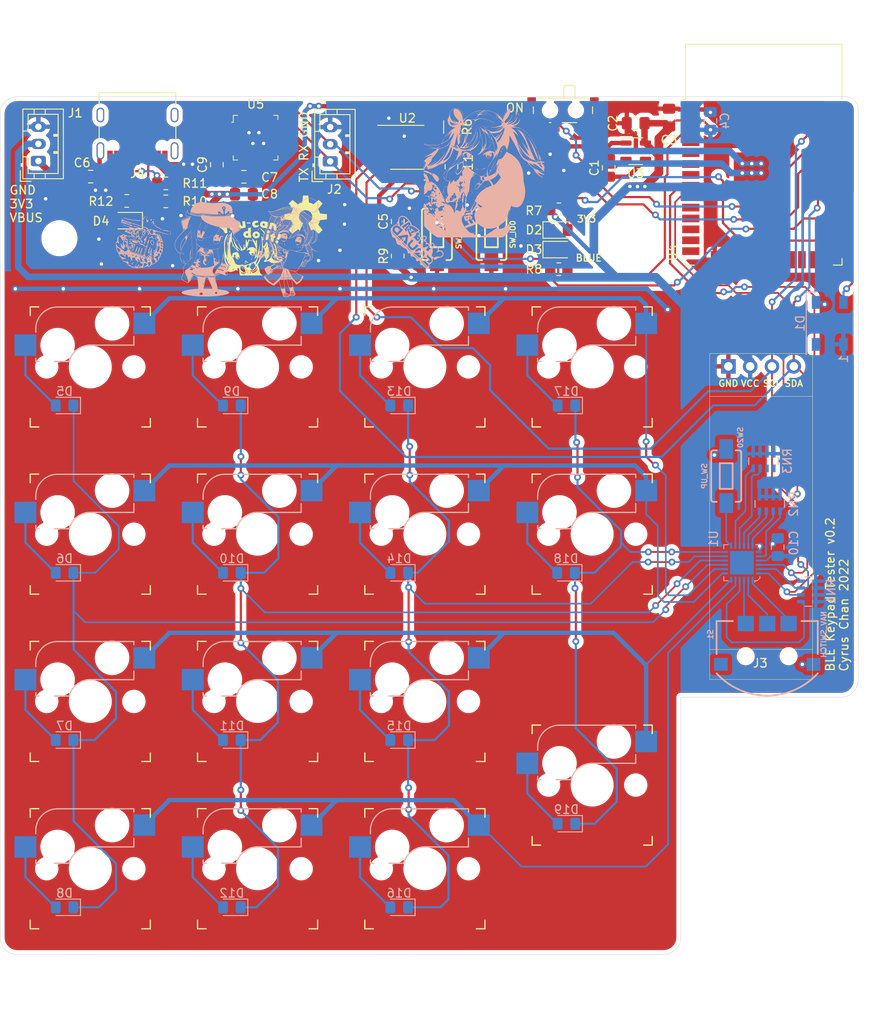
<source format=kicad_pcb>
(kicad_pcb (version 20211014) (generator pcbnew)
  (layers (0 "F.Cu" signal) (31 "B.Cu" signal) (34 "B.Paste" user) (35 "F.Paste" user) (36 "B.SilkS" user "B.Silkscreen") (37 "F.SilkS" user "F.Silkscreen") (38 "B.Mask" user) (39 "F.Mask" user) (44 "Edge.Cuts" user))
  (net 0 "")
  (net 1 "+3.3V")
  (net 2 "ROW0")
  (net 3 "COL0")
  (net 4 "GND")
  (net 5 "COL3")
  (net 6 "COL2")
  (net 7 "COL1")
  (net 8 "ROW3")
  (net 9 "ROW2")
  (net 10 "ROW1")
  (net 11 "RST")
  (net 13 "LED_WS")
  (net 14 "Net-(D2-Pad2)")
  (net 15 "Net-(D3-Pad2)")
  (net 16 "Net-(D4-Pad1)")
  (net 17 "LDO_IN+")
  (net 18 "Net-(D5-Pad2)")
  (net 19 "Net-(D6-Pad2)")
  (net 20 "Net-(D7-Pad2)")
  (net 21 "Net-(D8-Pad2)")
  (net 22 "Net-(D9-Pad2)")
  (net 23 "Net-(D10-Pad2)")
  (net 24 "Net-(D11-Pad2)")
  (net 25 "Net-(D12-Pad2)")
  (net 26 "Net-(D13-Pad2)")
  (net 27 "Net-(D14-Pad2)")
  (net 28 "Net-(D15-Pad2)")
  (net 29 "Net-(D16-Pad2)")
  (net 30 "Net-(D17-Pad2)")
  (net 31 "Net-(D18-Pad2)")
  (net 32 "Net-(D19-Pad2)")
  (net 33 "Net-(J4-PadA5)")
  (net 34 "/TYPE-C CP2102 UART/TYPEC_D+")
  (net 35 "/TYPE-C CP2102 UART/TYPEC_D-")
  (net 37 "RXD")
  (net 38 "TXD")
  (net 39 "I2C_SCL")
  (net 40 "I2C_SDA")
  (net 41 "Net-(J4-PadB5)")
  (net 42 "LED_BLUE")
  (net 44 "Net-(C6-Pad2)")
  (net 45 "IO0")
  (net 46 "BTN1")
  (net 47 "BTN2")
  (net 48 "BTNT")
  (net 49 "Net-(SW1-Pad2)")
  (net 50 "LDO_IN-")
  (net 51 "Net-(C1-Pad1)")
  (net 52 "KEY_RST")
  (net 53 "KEY_INT")
  (net 77 "Net-(C9-Pad2)")
  (net 93 "SW_UP")
  (net 97 "/TYPE-C CP2102 UART/RST_2102")
  (net 98 "/TYPE-C CP2102 UART/SUS_2102")
  (net 99 "/TYPE-C CP2102 UART/DTR_2102")
  (net 100 "COL7_NC")
  (net 101 "COL8_NC")
  (net 102 "COL9_NC")
  (net 103 "ROW4_NC")
  (net 104 "COL6_NC")
  (net 107 "COL5_NC")
  (footprint "keyswitches:Kailh_socket_MX" (layer "F.Cu") (at 115.5 66)
    (fp_text reference "SW16" hide)
    (fp_text value "SW_Push_45deg")
  )
  (footprint "keyswitches:Kailh_socket_MX" (layer "F.Cu") (at 96 66)
    (fp_text reference "SW12" hide)
    (fp_text value "SW_Push_45deg")
  )
  (footprint "MountingHole:MountingHole_3.2mm_M3" (layer "F.Cu") (at 119.85 51.05)
    (fp_text reference "H2" hide)
    (fp_text value "MountingHole")
  )
  (footprint "Resistor_SMD:R_0805_2012Metric_Pad1.20x1.40mm_HandSolder" (layer "F.Cu") (at 65.8 44.6 180)
    (fp_text reference "R11")
    (fp_text value "5.1k")
  )
  (footprint "Resistor_SMD:R_0805_2012Metric_Pad1.20x1.40mm_HandSolder" (layer "F.Cu") (at 65.8 46.7)
    (fp_text reference "R10")
    (fp_text value "5.1k")
  )
  (footprint "Capacitor_SMD:C_0805_2012Metric_Pad1.18x1.45mm_HandSolder" (layer "F.Cu") (at 120.5685 37.593 180)
    (fp_text reference "C2")
    (fp_text value "2.2u")
  )
  (footprint "Connector_JST:JST_PH_B3B-PH-K_1x03_P2.00mm_Vertical" (layer "F.Cu") (at 50.95 42 90)
    (fp_text reference "J1")
    (fp_text value "Conn_01x03")
  )
  (footprint "Resistor_SMD:R_0805_2012Metric_Pad1.20x1.40mm_HandSolder" (layer "F.Cu") (at 92.837 53.07 90)
    (fp_text reference "R9")
    (fp_text value "10k")
  )
  (footprint "Capacitor_SMD:C_0805_2012Metric_Pad1.18x1.45mm_HandSolder" (layer "F.Cu") (at 117.43 42.7875 90)
    (fp_text reference "C1")
    (fp_text value "470p")
  )
  (footprint "Capacitor_SMD:C_0805_2012Metric_Pad1.18x1.45mm_HandSolder" (layer "F.Cu") (at 99.1 42.6625 90)
    (fp_text reference "C11")
    (fp_text value "1u")
  )
  (footprint "Capacitor_SMD:C_0805_2012Metric_Pad1.18x1.45mm_HandSolder" (layer "F.Cu") (at 124.46 36.9355 90)
    (fp_text reference "C3")
    (fp_text value "0.1u")
  )
  (footprint "keyswitches:Kailh_socket_MX" (layer "F.Cu") (at 76.5 105)
    (fp_text reference "SW10" hide)
    (fp_text value "SW_Push_45deg")
  )
  (footprint "c04-parts:SSD1306-0.91-OLED-4pin-128x32" (layer "F.Cu") (at 129.19 102.435 90)
    (fp_text reference "J3")
    (fp_text value "Conn_OLED")
  )
  (footprint "Resistor_SMD:R_0805_2012Metric_Pad1.20x1.40mm_HandSolder" (layer "F.Cu") (at 111.617 54.61 180)
    (fp_text reference "R8")
    (fp_text value "3k")
  )
  (footprint "Resistor_SMD:R_1206_3216Metric_Pad1.30x1.75mm_HandSolder" (layer "F.Cu") (at 99.1 38.025 -90)
    (fp_text reference "R6")
    (fp_text value "R100")
  )
  (footprint "Connector_JST:JST_PH_B3B-PH-K_1x03_P2.00mm_Vertical" (layer "F.Cu") (at 84.963 42.037 90)
    (fp_text reference "J2")
    (fp_text value "Conn_01x03")
  )
  (footprint "keyswitches:Kailh_socket_MX" (layer "F.Cu") (at 57 85.5)
    (fp_text reference "SW5" hide)
    (fp_text value "SW_Push_45deg")
  )
  (footprint "sf-Aesthetics:OSHW-LOGO-M" (layer "F.Cu") (at 82.1 48.5)
    (fp_text reference "")
    (fp_text value "")
  )
  (footprint "Resistor_SMD:R_0805_2012Metric_Pad1.20x1.40mm_HandSolder" (layer "F.Cu") (at 61.25 46.65 180)
    (fp_text reference "R12")
    (fp_text value "10k")
  )
  (footprint "keyswitches:Kailh_socket_MX" (layer "F.Cu") (at 57 66)
    (fp_text reference "SW4" hide)
    (fp_text value "SW_Push_45deg")
  )
  (footprint "Button_Switch_SMD:SW_SPDT_PCM12" (layer "F.Cu") (at 112.1 36.4 180)
    (fp_text reference "SW1" hide)
    (fp_text value "SW_SPDT")
  )
  (footprint "keyswitches:Kailh_socket_MX" (layer "F.Cu") (at 96 124.5)
    (fp_text reference "SW15" hide)
    (fp_text value "SW_Push_45deg")
  )
  (footprint "sf-Switches:TACTILE_SWITCH_SMD_6.0X3.5MM" (layer "F.Cu") (at 103.759 50.546 -90)
    (fp_text reference "SW3" hide)
    (fp_text value "SW_IO0")
  )
  (footprint "keyswitches:Kailh_socket_MX" (layer "F.Cu") (at 76.5 124.5)
    (fp_text reference "SW11" hide)
    (fp_text value "SW_Push_45deg")
  )
  (footprint "Connector_USB:USB_C_Receptacle_Palconn_UTC16-G" (layer "F.Cu") (at 62.5 38.875 180)
    (fp_text reference "J4")
    (fp_text value "USB_C_Receptacle_USB2.0")
  )
  (footprint "Capacitor_SMD:C_0805_2012Metric_Pad1.18x1.45mm_HandSolder" (layer "F.Cu") (at 57.0445 43.815)
    (fp_text reference "C6")
    (fp_text value "0.1uF")
  )
  (footprint "Package_TO_SOT_SMD:SOT-23-5" (layer "F.Cu") (at 120.575 40.85)
    (fp_text reference "U3")
    (fp_text value "MIC5219-3.3YM5")
  )
  (footprint "keyswitches:Kailh_socket_MX" (layer "F.Cu") (at 96 85.5)
    (fp_text reference "SW13" hide)
    (fp_text value "SW_Push_45deg")
  )
  (footprint "keyswitches:Kailh_socket_MX" (layer "F.Cu") (at 76.5 66)
    (fp_text reference "SW8" hide)
    (fp_text value "SW_Push_45deg")
  )
  (footprint "Capacitor_SMD:C_0805_2012Metric_Pad1.18x1.45mm_HandSolder" (layer "F.Cu") (at 92.837 49.0435 90)
    (fp_text reference "C5")
    (fp_text value "1u")
  )
  (footprint "LOGO" (layer "F.Cu") (at 75.6 52.1)
    (fp_text reference "G***" hide)
    (fp_text value "LOGO" hide)
  )
  (footprint "Diode_SMD:D_0805_2012Metric_Pad1.15x1.40mm_HandSolder" (layer "F.Cu") (at 61.225 48.95 180)
    (fp_text reference "D4")
    (fp_text value "GREEN")
  )
  (footprint "keyswitches:Kailh_socket_MX" (layer "F.Cu") (at 57 124.5)
    (fp_text reference "SW7" hide)
    (fp_text value "SW_Push_45deg")
  )
  (footprint "keyswitches:Kailh_socket_MX" (layer "F.Cu") (at 76.5 85.5)
    (fp_text reference "SW9" hide)
    (fp_text value "SW_Push_45deg")
  )
  (footprint "Capacitor_SMD:C_0805_2012Metric_Pad1.18x1.45mm_HandSolder" (layer "F.Cu") (at 71.755 42.418 90)
    (fp_text reference "C9")
    (fp_text value "0.1u")
  )
  (footprint "keyswitches:Kailh_socket_MX" (layer "F.Cu") (at 96 105)
    (fp_text reference "SW14" hide)
    (fp_text value "SW_Push_45deg")
  )
  (footprint "Resistor_SMD:R_0805_2012Metric_Pad1.20x1.40mm_HandSolder" (layer "F.Cu") (at 111.617 47.625 180)
    (fp_text reference "R7")
    (fp_text value "3k")
  )
  (footprint "Capacitor_SMD:C_0805_2012Metric_Pad1.18x1.45mm_HandSolder" (layer "F.Cu") (at 74.9085 45.8685)
    (fp_text reference "C8")
    (fp_text value "1u")
  )
  (footprint "Capacitor_SMD:C_0805_2012Metric_Pad1.18x1.45mm_HandSolder" (layer "F.Cu") (at 74.9085 43.8365)
    (fp_text reference "C7")
    (fp_text value "0.1u")
  )
  (footprint "sf-Switches:TACTILE_SWITCH_SMD_6.0X3.5MM" (layer "F.Cu") (at 97.409 50.546 90)
    (fp_text reference "SW2" hide)
    (fp_text value "SW_RST")
  )
  (footprint "Package_SO:SOIC-8_3.9x4.9mm_P1.27mm" (layer "F.Cu") (at 93.95 40.4)
    (fp_text reference "U2")
    (fp_text value "INA219AxD")
  )
  (footprint "RF_Module:ESP32-WROOM-32" (layer "F.Cu") (at 135.5 44.25)
    (fp_text reference "U4")
    (fp_text value "ESP32-WROOM-32")
  )
  (footprint "keyswitches:Kailh_socket_MX" (layer "F.Cu") (at 57 105)
    (fp_text reference "SW6" hide)
    (fp_text value "SW_Push_45deg")
  )
  (footprint "LED_SMD:LED_0805_2012Metric_Pad1.15x1.40mm_HandSolder" (layer "F.Cu") (at 111.624 50.038)
    (fp_text reference "D2")
    (fp_text value "GREEN")
  )
  (footprint "keyswitches:Kailh_socket_MX" (layer "F.Cu") (at 115.5 85.5)
    (fp_text reference "SW17" hide)
    (fp_text value "SW_Push_45deg")
  )
  (footprint "keyswitches:Kailh_socket_MX" (layer "F.Cu") (at 115.5 114.75)
    (fp_text reference "SW18" hide)
    (fp_text value "SW_Push_45deg")
  )
  (footprint "LED_SMD:LED_0805_2012Metric_Pad1.15x1.40mm_HandSolder" (layer "F.Cu") (at 111.624 52.324)
    (fp_text reference "D3")
    (fp_text value "BLUE")
  )
  (footprint "MountingHole:MountingHole_3.2mm_M3" (layer "F.Cu") (at 53.4 51)
    (fp_text reference "H1" hide)
    (fp_text value "MountingHole")
  )
  (footprint "digikey-footprints:VFQFN-28-1EP_5x5mm" (layer "F.Cu") (at 76.27 39.2755)
    (fp_text reference "U5")
    (fp_text value "CP2102-GMR_NRND")
  )
  (footprint "sf-Switches:NAV_SWITCH" (layer "B.Cu") (at 135.9 99.725)
    (fp_text reference "S1")
    (fp_text value "NAV_SWITCH")
  )
  (footprint "Diode_SMD:D_0805_2012Metric_Pad1.15x1.40mm_HandSolder" (layer "B.Cu") (at 73.5 109.5 180)
    (fp_text reference "D11")
    (fp_text value "1N4148")
  )
  (footprint "Diode_SMD:D_0805_2012Metric_Pad1.15x1.40mm_HandSolder" (layer "B.Cu") (at 112.5 119.25 180)
    (fp_text reference "D19")
    (fp_text value "1N4148")
  )
  (footprint "Diode_SMD:D_0805_2012Metric_Pad1.15x1.40mm_HandSolder" (layer "B.Cu") (at 73.5 90 180)
    (fp_text reference "D10")
    (fp_text value "1N4148")
  )
  (footprint "LOGO" (layer "B.Cu") (at 102.9 42.9 180)
    (fp_text reference "G***" hide)
    (fp_text value "LOGO" hide)
  )
  (footprint "sf-Switches:TACTILE_SWITCH_SMD_6.0X3.5MM" (layer "B.Cu") (at 131.125 78.7254 90)
    (fp_text reference "SW20")
    (fp_text value "SW_UP")
  )
  (footprint "Diode_SMD:D_0805_2012Metric_Pad1.15x1.40mm_HandSolder" (layer "B.Cu") (at 54 70.5 180)
    (fp_text reference "D5")
    (fp_text value "1N4148")
  )
  (footprint "Diode_SMD:D_0805_2012Metric_Pad1.15x1.40mm_HandSolder" (layer "B.Cu") (at 54 109.5 180)
    (fp_text reference "D7")
    (fp_text value "1N4148")
  )
  (footprint "LOGO" (layer "B.Cu") (at 79.9 52.1 180)
    (fp_text reference "G***" hide)
    (fp_text value "LOGO" hide)
  )
  (footprint "Diode_SMD:D_0805_2012Metric_Pad1.15x1.40mm_HandSolder" (layer "B.Cu") (at 112.45 90 180)
    (fp_text reference "D18")
    (fp_text value "1N4148")
  )
  (footprint "Diode_SMD:D_0805_2012Metric_Pad1.15x1.40mm_HandSolder" (layer "B.Cu") (at 93 70.5 180)
    (fp_text reference "D13")
    (fp_text value "1N4148")
  )
  (footprint "LOGO" (layer "B.Cu") (at 94.8 51.4 135)
    (fp_text reference "G***" hide)
    (fp_text value "LOGO" hide)
  )
  (footprint "digikey-footprints:WQFN-24-1EP_4x4mm" (layer "B.Cu") (at 132.95 88.825 180)
    (fp_text reference "U1")
    (fp_text value "TCA8418-teensy32")
  )
  (footprint "Diode_SMD:D_0805_2012Metric_Pad1.15x1.40mm_HandSolder" (layer "B.Cu") (at 73.5 70.5 180)
    (fp_text reference "D9")
    (fp_text value "1N4148")
  )
  (footprint "Diode_SMD:D_0805_2012Metric_Pad1.15x1.40mm_HandSolder" (layer "B.Cu") (at 73.5 129 180)
    (fp_text reference "D12")
    (fp_text value "1N4148")
  )
  (footprint "Resistor_SMD:R_Array_Concave_4x0603" (layer "B.Cu") (at 135.475 76.975 -90)
    (fp_text reference "RN3")
    (fp_text value "R_Pack04 10k")
  )
  (footprint "Diode_SMD:D_0805_2012Metric_Pad1.15x1.40mm_HandSolder" (layer "B.Cu") (at 93 109.5 180)
    (fp_text reference "D15")
    (fp_text value "1N4148")
  )
  (footprint "Diode_SMD:D_0805_2012Metric_Pad1.15x1.40mm_HandSolder" (layer "B.Cu") (at 54 129 180)
    (fp_text reference "D8")
    (fp_text value "1N4148")
  )
  (footprint "LED_SMD:LED_WS2812B_PLCC4_5.0x5.0mm_P3.2mm" (layer "B.Cu") (at 143.2 60.925 90)
    (fp_text reference "D1")
    (fp_text value "WS2812B")
  )
  (footprint "Resistor_SMD:R_Array_Concave_4x0603" (layer "B.Cu") (at 140.7 92.175 180)
    (fp_text reference "RN1")
    (fp_text value "R_Pack04 10k")
  )
  (footprint "LOGO" (layer "B.Cu") (at 70.9 52.2 180)
    (fp_text reference "G***" hide)
    (fp_text value "LOGO" hide)
  )
  (footprint "LOGO" (layer "B.Cu") (at 63.1 51.5 180)
    (fp_text reference "G***" hide)
    (fp_text value "LOGO" hide)
  )
  (footprint "Resistor_SMD:R_Array_Concave_4x0603" (layer "B.Cu") (at 136.2 81.975 -90)
    (fp_text reference "RN2")
    (fp_text value "R_Pack04 10k")
  )
  (footprint "Diode_SMD:D_0805_2012Metric_Pad1.15x1.40mm_HandSolder" (layer "B.Cu") (at 54 90 180)
    (fp_text reference "D6")
    (fp_text value "1N4148")
  )
  (footprint "Capacitor_SMD:C_0805_2012Metric_Pad1.18x1.45mm_HandSolder" (layer "B.Cu") (at 137.125 87.0125 90)
    (fp_text reference "C10")
    (fp_text value "1u")
  )
  (footprint "Diode_SMD:D_0805_2012Metric_Pad1.15x1.40mm_HandSolder" (layer "B.Cu") (at 112.5 70.5 180)
    (fp_text reference "D17")
    (fp_text value "1N4148")
  )
  (footprint "Diode_SMD:D_0805_2012Metric_Pad1.15x1.40mm_HandSolder" (layer "B.Cu") (at 93 90 180)
    (fp_text reference "D14")
    (fp_text value "1N4148")
  )
  (footprint "Diode_SMD:D_0805_2012Metric_Pad1.15x1.40mm_HandSolder" (layer "B.Cu") (at 93 129 180)
    (fp_text reference "D16")
    (fp_text value "1N4148")
  )
  (footprint "Capacitor_SMD:C_0805_2012Metric_Pad1.18x1.45mm_HandSolder" (layer "B.Cu") (at 129.286 37.3165 90)
    (fp_text reference "C4")
    (fp_text value "10u")
  )
  (gr_line (start 46.5 132.5) (end 46.5 36.5) (layer "Edge.Cuts") (width 0.05))
  (gr_arc (start 48.5 134.5) (mid 47.085786 133.914214) (end 46.5 132.5) (layer "Edge.Cuts") (width 0.05))
  (gr_line (start 48.5 134.5) (end 123.825 134.493) (layer "Edge.Cuts") (width 0.05))
  (gr_line (start 126.6 104.5) (end 125.825 104.5) (layer "Edge.Cuts") (width 0.05))
  (gr_line (start 144.5 104.5) (end 126.6 104.5) (layer "Edge.Cuts") (width 0.05))
  (gr_line (start 48.5 34.5) (end 145 34.5) (layer "Edge.Cuts") (width 0.05))
  (gr_arc (start 125.825 132.493) (mid 125.239214 133.907214) (end 123.825 134.493) (layer "Edge.Cuts") (width 0.05))
  (gr_arc (start 46.5 36.5) (mid 47.085786 35.085786) (end 48.5 34.5) (layer "Edge.Cuts") (width 0.05))
  (gr_line (start 146.5 36) (end 146.5 102.5) (layer "Edge.Cuts") (width 0.05))
  (gr_arc (start 145 34.5) (mid 146.06066 34.93934) (end 146.5 36) (layer "Edge.Cuts") (width 0.05))
  (gr_line (start 125.825 104.5) (end 125.825 132.493) (layer "Edge.Cuts") (width 0.05))
  (gr_arc (start 146.5 102.5) (mid 145.914214 103.914214) (end 144.5 104.5) (layer "Edge.Cuts") (width 0.05))
  (gr_text "BLE Keypad Tester v0.2\nCyrus Chan 2022" (at 144.05 101.6 90) (layer "F.SilkS") (effects (font (size 1 1)) (justify left)))
  (gr_text "3V3" (at 114.85 48.75) (layer "F.SilkS") (effects (font (size 0.8 0.8))))
  (gr_text "ON" (at 106.5 35.8) (layer "F.SilkS") (effects (font (size 1 1))))
  (gr_text "TX RX GND" (at 81.9 40.35 90) (layer "F.SilkS") (effects (font (size 1 1))))
  (gr_text "GND\n3V3\nVBUS" (at 47.5 47) (layer "F.SilkS") (effects (font (size 1 1)) (justify left)))
  (gr_text "BLUE" (at 115.1 53.3) (layer "F.SilkS") (effects (font (size 0.8 0.8))))
  (segment (start 121.606 39.7935) (end 123.275 41.4625) (width 0.762) (layer "F.Cu") (net 1))
  (segment (start 123.275 41.4625) (end 123.275 43.35) (width 1.016) (layer "F.Cu") (net 1))
  (segment (start 94.317 55.55) (end 92.837 54.07) (width 0.762) (layer "F.Cu") (net 1))
  (segment (start 121.606 37.593) (end 124.08 37.593) (width 0.762) (layer "F.Cu") (net 1))
  (segment (start 124.08 37.593) (end 124.46 37.973) (width 0.508) (layer "F.Cu") (net 1))
  (segment (start 125.168 37.265) (end 124.46 37.973) (width 0.254) (layer "F.Cu") (net 1))
  (segment (start 121.65 44.975) (end 121.625 45) (width 1.016) (layer "F.Cu") (net 1))
  (segment (start 94.4 55.55) (end 94.317 55.55) (width 0.508) (layer "F.Cu") (net 1))
  (segment (start 124.46 38.19) (end 123.275 39.375) (width 1.016) (layer "F.Cu") (net 1))
  (segment (start 123.275 43.35) (end 121.65 44.975) (width 1.016) (layer "F.Cu") (net 1))
  (segment (start 123.275 39.375) (end 123.275 41.4625) (width 1.016) (layer "F.Cu") (net 1))
  (segment (start 110.617 47.917) (end 110.617 47.625) (width 0.254) (layer "F.Cu") (net 1))
  (segment (start 111.2 48.5) (end 110.617 47.917) (width 0.254) (layer "F.Cu") (net 1))
  (segment (start 94.42 42.305) (end 90.675 46.05) (width 0.508) (layer "F.Cu") (net 1))
  (segment (start 128.451 37.265) (end 129.286 38.1) (width 0.254) (layer "F.Cu") (net 1))
  (segment (start 124.46 37.973) (end 124.46 38.19) (width 0.762) (layer "F.Cu") (net 1))
  (segment (start 99.1 43.7) (end 97.82 43.7) (width 0.508) (layer "F.Cu") (net 1))
  (segment (start 90.675 46.05) (end 90.675 52.725) (width 0.508) (layer "F.Cu") (net 1))
  (segment (start 90.675 52.725) (end 92.02 54.07) (width 0.508) (layer "F.Cu") (net 1))
  (segment (start 127 37.265) (end 128.451 37.265) (width 0.254) (layer "F.Cu") (net 1))
  (segment (start 96.425 42.305) (end 94.42 42.305) (width 0.508) (layer "F.Cu") (net 1))
  (segment (start 92.02 54.07) (end 92.837 54.07) (width 0.508) (layer "F.Cu") (net 1))
  (segment (start 97.82 43.7) (end 96.425 42.305) (width 0.508) (layer "F.Cu") (net 1))
  (segment (start 121.65 44.975) (end 120.775 44.975) (width 1.016) (layer "F.Cu") (net 1))
  (segment (start 129.286 38.1) (end 129.286 38.354) (width 0.254) (layer "F.Cu") (net 1))
  (segment (start 120.775 44.975) (end 119.9 44.975) (width 1.016) (layer "F.Cu") (net 1))
  (segment (start 127 37.265) (end 125.168 37.265) (width 0.254) (layer "F.Cu") (net 1))
  (segment (start 121.606 37.593) (end 121.606 39.7935) (width 0.762) (layer "F.Cu") (net 1))
  (segment (start 121.606 39.7935) (end 121.7125 39.9) (width 0.508) (layer "F.Cu") (net 1))
  (via (at 119.9 44.975) (size 0.8) (drill 0.4) (layers "F.Cu" "B.Cu") (net 1))
  (via (at 111.2 48.5) (size 0.8) (drill 0.4) (layers "F.Cu" "B.Cu") (net 1))
  (via (at 129.286 38.354) (size 0.8) (drill 0.4) (layers "F.Cu" "B.Cu") (net 1))
  (via (at 94.4 55.55) (size 0.8) (drill 0.4) (layers "F.Cu" "B.Cu") (net 1))
  (via (at 121.65 44.975) (size 0.8) (drill 0.4) (layers "F.Cu" "B.Cu") (net 1))
  (via (at 120.775 44.975) (size 0.8) (drill 0.4) (layers "F.Cu" "B.Cu") (net 1))
  (segment (start 129.075 45.025) (end 119.675 45.025) (width 1.016) (layer "B.Cu") (net 1))
  (segment (start 49.75 55.5) (end 48.6 54.35) (width 0.762) (layer "B.Cu") (net 1))
  (segment (start 119.675 45.025) (end 115.7 49) (width 1.016) (layer "B.Cu") (net 1))
  (segment (start 48.6 54.35) (end 48.6 41.05) (width 0.762) (layer "B.Cu") (net 1))
  (segment (start 94.4 55.55) (end 122.925 55.55) (width 1.016) (layer "B.Cu") (net 1))
  (segment (start 129.6 45.55) (end 129.075 45.025) (width 1.016) (layer "B.Cu") (net 1))
  (segment (start 127.886 59.325) (end 133.92 65.359) (width 1.016) (layer "B.Cu") (net 1))
  (segment (start 48.6 41.05) (end 49.65 40) (width 0.762) (layer "B.Cu") (net 1))
  (segment (start 115.7 49) (end 115.7 53) (width 1.016) (layer "B.Cu") (net 1))
  (segment (start 126.7 59.325) (end 127.886 59.325) (width 1.016) (layer "B.Cu") (net 1))
  (segment (start 118.25 55.55) (end 115.7 53) (width 1.016) (layer "B.Cu") (net 1))
  (segment (start 122.925 55.55) (end 126.7 59.325) (width 1.016) (layer "B.Cu") (net 1))
  (segment (start 94.4 55.55) (end 94.35 55.5) (width 0.762) (layer "B.Cu") (net 1))
  (segment (start 94.35 55.5) (end 49.75 55.5) (width 0.762) (layer "B.Cu") (net 1))
  (segment (start 134.925 88.575) (end 135.825 88.575) (width 0.2) (layer "B.Cu") (net 1))
  (segment (start 119.85 55.55) (end 118.25 55.55) (width 1.016) (layer "B.Cu") (net 1))
  (segment (start 133.92 65.359) (end 133.92 65.935) (width 1.016) (layer "B.Cu") (net 1))
  (segment (start 135.825 88.575) (end 136.35 88.05) (width 0.2) (layer "B.Cu") (net 1))
  (segment (start 111.2 48.5) (end 115.7 53) (width 0.508) (layer "B.Cu") (net 1))
  (segment (start 136.35 88.05) (end 137.125 88.05) (width 0.2) (layer "B.Cu") (net 1))
  (segment (start 49.65 40) (end 50.95 40) (width 0.762) (layer "B.Cu") (net 1))
  (segment (start 121.79 76.451) (end 121.79 74.71) (width 0.254) (layer "F.Cu") (net 2))
  (segment (start 122.789 77.45) (end 121.79 76.451) (width 0.254) (layer "F.Cu") (net 2))
  (segment (start 122.875 77.45) (end 122.789 77.45) (width 0.254) (layer "F.Cu") (net 2))
  (via (at 122.875 77.45) (size 0.8) (drill 0.4) (layers "F.Cu" "B.Cu") (net 2))
  (via (at 121.79 74.71) (size 0.8) (drill 0.4) (layers "F.Cu" "B.Cu") (net 2))
  (segment (start 85.71 58) (end 66.21 58) (width 0.508) (layer "B.Cu") (net 2))
  (segment (start 124.079 92.279) (end 124.425 92.625) (width 0.2) (layer "B.Cu") (net 2))
  (segment (start 121.79 58.79) (end 121 58) (width 0.508) (layer "B.Cu") (net 2))
  (segment (start 126.675 92.625) (end 129.725 89.575) (width 0.2) (layer "B.Cu") (net 2))
  (segment (start 124.425 92.625) (end 126.675 92.625) (width 0.2) (layer "B.Cu") (net 2))
  (segment (start 121 58) (end 105.21 58) (width 0.508) (layer "B.Cu") (net 2))
  (segment (start 105.21 58) (end 102.29 60.92) (width 0.508) (layer "B.Cu") (net 2))
  (segment (start 122.875 77.45) (end 124.079 78.654) (width 0.2) (layer "B.Cu") (net 2))
  (segment (start 121.79 60.92) (end 121.79 74.71) (width 0.2) (layer "B.Cu") (net 2))
  (segment (start 105.21 58) (end 85.71 58) (width 0.508) (layer "B.Cu") (net 2))
  (segment (start 129.725 89.575) (end 130.975 89.575) (width 0.2) (layer "B.Cu") (net 2))
  (segment (start 85.71 58) (end 82.79 60.92) (width 0.508) (layer "B.Cu") (net 2))
  (segment (start 124.079 78.654) (end 124.079 92.279) (width 0.2) (layer "B.Cu") (net 2))
  (segment (start 121.79 60.92) (end 121.79 58.79) (width 0.508) (layer "B.Cu") (net 2))
  (segment (start 66.21 58) (end 63.29 60.92) (width 0.508) (layer "B.Cu") (net 2))
  (segment (start 126.375 91.625) (end 126.4 91.625) (width 0.2) (layer "F.Cu") (net 3))
  (segment (start 124.075 94.3) (end 124.075 93.925) (width 0.2) (layer "F.Cu") (net 3))
  (segment (start 124.075 93.925) (end 126.375 91.625) (width 0.2) (layer "F.Cu") (net 3))
  (via (at 126.4 91.625) (size 0.8) (drill 0.4) (layers "F.Cu" "B.Cu") (net 3))
  (via (at 124.075 94.3) (size 0.8) (drill 0.4) (layers "F.Cu" "B.Cu") (net 3))
  (segment (start 122.617 95.758) (end 56.379 95.758) (width 0.2) (layer "B.Cu") (net 3))
  (segment (start 60 123.9) (end 60 127) (width 0.254) (layer "B.Cu") (net 3))
  (segment (start 60 107) (end 57.5 109.5) (width 0.254) (layer "B.Cu") (net 3))
  (segment (start 58 129) (end 55.05 129) (width 0.254) (layer "B.Cu") (net 3))
  (segment (start 55.05 109.5) (end 55.05 118.95) (width 0.254) (layer "B.Cu") (net 3))
  (segment (start 55.05 118.95) (end 60 123.9) (width 0.254) (layer "B.Cu") (net 3))
  (segment (start 60.325 84.582) (end 60.325 87.249) (width 0.2) (layer "B.Cu") (net 3))
  (segment (start 55.05 79.307) (end 60.325 84.582) (width 0.2) (layer "B.Cu") (net 3))
  (segment (start 57.5 109.5) (end 55.05 109.5) (width 0.254) (layer "B.Cu") (net 3))
  (segment (start 60 127) (end 58 129) (width 0.254) (layer "B.Cu") (net 3))
  (segment (start 60.325 87.249) (end 57.574 90) (width 0.2) (layer "B.Cu") (net 3))
  (segment (start 56.379 95.758) (end 55.05 94.429) (width 0.2) (layer "B.Cu") (net 3))
  (segment (start 55.05 98.934002) (end 60 103.884002) (width 0.254) (layer "B.Cu") (net 3))
  (segment (start 126.4 91.625) (end 128.95 89.075) (width 0.2) (layer "B.Cu") (net 3))
  (segment (start 124.075 94.3) (end 122.617 95.758) (width 0.2) (layer "B.Cu") (net 3))
  (segment (start 55.05 94.429) (end 55.05 98.934002) (width 0.254) (layer "B.Cu") (net 3))
  (segment (start 57.574 90) (end 55.05 90) (width 0.2) (layer "B.Cu") (net 3))
  (segment (start 60 103.884002) (end 60 107) (width 0.254) (layer "B.Cu") (net 3))
  (segment (start 128.95 89.075) (end 130.975 89.075) (width 0.2) (layer "B.Cu") (net 3))
  (segment (start 55.05 70.5) (end 55.05 79.307) (width 0.2) (layer "B.Cu") (net 3))
  (segment (start 55.05 90) (end 55.05 94.429) (width 0.254) (layer "B.Cu") (net 3))
  (segment (start 66.17 42.37) (end 65.7 41.9) (width 0.508) (layer "F.Cu") (net 4))
  (segment (start 57.6 45.4) (end 57.592 45.4) (width 0.508) (layer "F.Cu") (net 4))
  (segment (start 92.837 48.006) (end 93.694 48.006) (width 0.254) (layer "F.Cu") (net 4))
  (segment (start 65.7 41.9) (end 65.7 41.385) (width 0.508) (layer "F.Cu") (net 4))
  (segment (start 75.4245 38.7755) (end 75.5 38.7) (width 0.254) (layer "F.Cu") (net 4))
  (segment (start 119.531 37.593) (end 119.531 38.106) (width 0.508) (layer "F.Cu") (net 4))
  (segment (start 57.592 45.4) (end 56.007 43.815) (width 0.508) (layer "F.Cu") (net 4))
  (segment (start 103.759 55.245) (end 105.41 56.896) (width 0.508) (layer "F.Cu") (net 4))
  (segment (start 98.51 41.035) (end 99.1 41.625) (width 0.508) (layer "F.Cu") (net 4))
  (segment (start 118.14 40.85) (end 119.4375 40.85) (width 0.508) (layer "F.Cu") (net 4))
  (segment (start 103.759 53.6956) (end 103.759 55.245) (width 0.508) (layer "F.Cu") (net 4))
  (segment (start 59.3 44.9) (end 58.8 45.4) (width 0.508) (layer "F.Cu") (net 4))
  (segment (start 119.531 38.106) (end 120.596 39.171) (width 0.508) (layer "F.Cu") (net 4))
  (segment (start 68.91 42.37) (end 67.87 42.37) (width 0.508) (layer "F.Cu") (net 4))
  (segment (start 59.3 41.385) (end 59.3 44.9) (width 0.508) (layer "F.Cu") (net 4))
  (segment (start 120.596 40.629) (end 120.375 40.85) (width 0.508) (layer "F.Cu") (net 4))
  (segment (start 93.694 48.006) (end 94.2 47.5) (width 0.254) (layer "F.Cu") (net 4))
  (segment (start 127 35.995) (end 128.959 35.995) (width 0.254) (layer "F.Cu") (net 4))
  (segment (start 66.8 47.58) (end 67.57 48.35) (width 0.508) (layer "F.Cu") (net 4))
  (segment (start 128.959 35.995) (end 129.286 36.322) (width 0.254) (layer "F.Cu") (net 4))
  (segment (start 120.375 40.85) (end 119.4375 40.85) (width 0.508) (layer "F.Cu") (net 4))
  (segment (start 73.77 38.7755) (end 75.4245 38.7755) (width 0.254) (layer "F.Cu") (net 4))
  (segment (start 67.87 42.37) (end 66.17 42.37) (width 0.508) (layer "F.Cu") (net 4))
  (segment (start 117.43 41.56) (end 118.14 40.85) (width 0.508) (layer "F.Cu") (net 4))
  (segment (start 120.596 39.171) (end 120.596 40.629) (width 0.508) (layer "F.Cu") (net 4))
  (segment (start 97.409 53.6956) (end 97.409 56.515) (width 0.508) (layer "F.Cu") (net 4))
  (segment (start 68.91 42.37) (end 70.6695 42.37) (width 0.508) (layer "F.Cu") (net 4))
  (segment (start 97.409 56.515) (end 97.028 56.896) (width 0.508) (layer "F.Cu") (net 4))
  (segment (start 117.43 41.75) (end 117.43 41.56) (width 0.508) (layer "F.Cu") (net 4))
  (segment (start 96.425 41.035) (end 98.51 41.035) (width 0.508) (layer "F.Cu") (net 4))
  (segment (start 70.6695 42.37) (end 71.755 43.4555) (width 0.508) (layer "F.Cu") (net 4))
  (segment (start 58.8 45.4) (end 57.6 45.4) (width 0.508) (layer "F.Cu") (net 4))
  (segment (start 66.8 46.7) (end 66.8 47.58) (width 0.508) (layer "F.Cu") (net 4))
  (via (at 134.1 42.3) (size 0.8) (drill 0.4) (layers "F.Cu" "B.Cu") (net 4))
  (via (at 53.848 56.896) (size 0.8) (drill 0.4) (layers "F.Cu" "B.Cu") (net 4))
  (via (at 135.2 43.4) (size 0.8) (drill 0.4) (layers "F.Cu" "B.Cu") (net 4))
  (via (at 136.55 86.625) (size 0.8) (drill 0.4) (layers "F.Cu" "B.Cu") (net 4))
  (via (at 66.6 54.2) (size 0.8) (drill 0.4) (layers "F.Cu" "B.Cu") (net 4))
  (via (at 129.286 36.322) (size 0.8) (drill 0.4) (layers "F.Cu" "B.Cu") (net 4))
  (via (at 107.2 51.9) (size 0.8) (drill 0.4) (layers "F.Cu" "B.Cu") (net 4))
  (via (at 112.2 43.1) (size 0.8) (drill 0.4) (layers "F.Cu" "B.Cu") (net 4))
  (via (at 74.204 56.896) (size 0.8) (drill 0.4) (layers "F.Cu" "B.Cu") (net 4))
  (via (at 67.57 48.35) (size 0.8) (drill 0.4) (layers "F.Cu" "B.Cu") (net 4))
  (via (at 110.6 41.2) (size 0.8) (drill 0.4) (layers "F.Cu" "B.Cu") (net 4))
  (via (at 124.3 59.3) (size 0.8) (drill 0.4) (layers "F.Cu" "B.Cu") (net 4))
  (via (at 58.3 54) (size 0.8) (drill 0.4) (layers "F.Cu" "B.Cu") (net 4))
  (via (at 57.6 45.4) (size 0.8) (drill 0.4) (layers "F.Cu" "B.Cu") (net 4))
  (via (at 91.8 37) (size 0.8) (drill 0.4) (layers "F.Cu" "B.Cu") (net 4))
  (via (at 108.1 43.4) (size 0.8) (drill 0.4) (layers "F.Cu" "B.Cu") (net 4))
  (via (at 75.5 38.7) (size 0.8) (drill 0.4) (layers "F.Cu" "B.Cu") (net 4))
  (via (at 86.63 49.36) (size 0.8) (drill 0.4) (layers "F.Cu" "B.Cu") (net 4))
  (via (at 77.2 39.95) (size 0.8) (drill 0.4) (layers "F.Cu" "B.Cu") (net 4))
  (via (at 86.106 56.896) (size 0.8) (drill 0.4) (layers "F.Cu" "B.Cu") (net 4))
  (via (at 83.6 53.6) (size 0.8) (drill 0.4) (layers "F.Cu" "B.Cu") (net 4))
  (via (at 67.87 42.37) (size 0.8) (drill 0.4) (layers "F.Cu" "B.Cu") (net 4))
  (via (at 58.8 45.4) (size 0.8) (drill 0.4) (layers "F.Cu" "B.Cu") (net 4))
  (via (at 93.6 39.1) (size 0.8) (drill 0.4) (layers "F.Cu" "B.Cu") (net 4))
  (via (at 133 43.4) (size 0.8) (drill 0.4) (layers "F.Cu" "B.Cu") (net 4))
  (via (at 97.028 56.896) (size 0.8) (drill 0.4) (layers "F.Cu" "B.Cu") (net 4))
  (via (at 86.65 47.08) (size 0.8) (drill 0.4) (layers "F.Cu" "B.Cu") (net 4))
  (via (at 100.94 47.12) (size 0.8) (drill 0.4) (layers "F.Cu" "B.Cu") (net 4))
  (via (at 48.26 56.896) (size 0.8) (drill 0.4) (layers "F.Cu" "B.Cu") (net 4))
  (via (at 86.1 52.4) (size 0.8) (drill 0.4) (layers "F.Cu" "B.Cu") (net 4))
  (via (at 58 51.1) (size 0.8) (drill 0.4) (layers "F.Cu" "B.Cu") (net 4))
  (via (at 65.41 48.73) (size 0.8) (drill 0.4) (layers "F.Cu" "B.Cu") (net 4))
  (via (at 135.025 86.9) (size 0.8) (drill 0.4) (layers "F.Cu" "B.Cu") (net 4))
  (via (at 134.1 43.4) (size 0.8) (drill 0.4) (layers "F.Cu" "B.Cu") (net 4))
  (via (at 102.3 50.7) (size 0.8) (drill 0.4) (layers "F.Cu" "B.Cu") (net 4))
  (via (at 140 100.675) (size 0.8) (drill 0.4) (layers "F.Cu" "B.Cu") (net 4))
  (via (at 75.95 39.95) (size 0.8) (drill 0.4) (layers "F.Cu" "B.Cu") (net 4))
  (via (at 68.91 42.37) (size 0.8) (drill 0.4) (layers "F.Cu" "B.Cu") (net 4))
  (via (at 73.6 48.4) (size 0.8) (drill 0.4) (layers "F.Cu" "B.Cu") (net 4))
  (via (at 62.738 56.896) (size 0.8) (drill 0.4) (layers "F.Cu" "B.Cu") (net 4))
  (via (at 94.2 47.5) (size 0.8) (drill 0.4) (layers "F.Cu" "B.Cu") (net 4))
  (via (at 76.65 38.7) (size 0.8) (drill 0.4) (layers "F.Cu" "B.Cu") (net 4))
  (via (at 51.8 46.4) (size 0.8) (drill 0.4) (layers "F.Cu" "B.Cu") (net 4))
  (via (at 133 42.3) (size 0.8) (drill 0.4) (layers "F.Cu" "B.Cu") (net 4))
  (via (at 129.75 76.275) (size 0.8) (drill 0.4) (layers "F.Cu" "B.Cu") (net 4))
  (via (at 142.6 58.7) (size 0.8) (drill 0.4) (layers "F.Cu" "B.Cu") (net 4))
  (via (at 135.2 42.3) (size 0.8) (drill 0.4) (layers "F.Cu" "B.Cu") (net 4))
  (via (at 105.41 56.896) (size 0.8) (drill 0.4) (layers "F.Cu" "B.Cu") (net 4))
  (segment (start 140 100.675) (end 140.00004 100.67496) (width 0.2) (layer "B.Cu") (net 4))
  (segment (start 97.028 56.896) (end 105.41 56.896) (width 0.508) (layer "B.Cu") (net 4))
  (segment (start 130.4492 75.5758) (end 129.75 76.275) (width 0.2) (layer "B.Cu") (net 4))
  (segment (start 53.848 56.896) (end 62.738 56.896) (width 0.508) (layer "B.Cu") (net 4))
  (segment (start 62.738 56.896) (end 70.358 56.896) (width 0.508) (layer "B.Cu") (net 4))
  (segment (start 133 42.3) (end 134.1 42.3) (width 0.508) (layer "B.Cu") (net 4))
  (segment (start 130.59 42.29) (end 115.87 42.29) (width 0.762) (layer "B.Cu") (net 4))
  (segment (start 135.025 87.475) (end 134.925 87.575) (width 0.254) (layer "B.Cu") (net 4))
  (segment (start 142.375 58.475) (end 142.6 58.7) (width 0.254) (layer "B.Cu") (net 4))
  (segment (start 121.896 56.896) (end 124.3 59.3) (width 0.508) (layer "B.Cu") (net 4))
  (segment (start 140.00004 100.67496) (end 141.2975 100.67496) (width 0.2) (layer "B.Cu") (net 4))
  (segment (start 115.8 40.83) (end 115.79 40.84) (width 0.762) (layer "B.Cu") (net 4))
  (segment (start 141.6 58.475) (end 142.375 58.475) (width 0.254) (layer "B.Cu") (net 4))
  (segment (start 48.26 56.896) (end 53.848 56.896) (width 0.508) (layer "B.Cu") (net 4))
  (segment (start 133 43.4) (end 131.7 43.4) (width 0.762) (layer "B.Cu") (net 4))
  (segment (start 133 42.3) (end 131.53 40.83) (width 0.762) (layer "B.Cu") (net 4))
  (segment (start 134.1 43.4) (end 135.2 43.4) (width 0.508) (layer "B.Cu") (net 4))
  (segment (start 86.106 56.896) (end 97.028 56.896) (width 0.508) (layer "B.Cu") (net 4))
  (segment (start 137.125 86.05) (end 137.125 85.975) (width 0.2) (layer "B.Cu") (net 4))
  (segment (start 131.7 43.4) (end 130.59 42.29) (width 0.762) (layer "B.Cu") (net 4))
  (segment (start 131.53 40.83) (end 115.8 40.83) (width 0.762) (layer "B.Cu") (net 4))
  (segment (start 133 43.4) (end 134.1 43.4) (width 0.508) (layer "B.Cu") (net 4))
  (segment (start 136.55 86.625) (end 137.125 86.05) (width 0.2) (layer "B.Cu") (net 4))
  (segment (start 135.025 86.9) (end 135.025 87.475) (width 0.254) (layer "B.Cu") (net 4))
  (segment (start 70.358 56.896) (end 74.204 56.896) (width 0.508) (layer "B.Cu") (net 4))
  (segment (start 131.125 75.5758) (end 130.4492 75.5758) (width 0.2) (layer "B.Cu") (net 4))
  (segment (start 105.41 56.896) (end 121.896 56.896) (width 0.508) (layer "B.Cu") (net 4))
  (segment (start 134.1 42.3) (end 135.2 42.3) (width 0.508) (layer "B.Cu") (net 4))
  (segment (start 74.204 56.896) (end 86.106 56.896) (width 0.508) (layer "B.Cu") (net 4))
  (segment (start 113.6 91.9) (end 113.6 98) (width 0.254) (layer "F.Cu") (net 5))
  (segment (start 113.792 74.892) (end 113.792 78.867) (width 0.254) (layer "F.Cu") (net 5))
  (segment (start 113.7 74.8) (end 113.792 74.892) (width 0.254) (layer "F.Cu") (net 5))
  (segment (start 122.05 87.575) (end 124.7785 87.575) (width 0.2) (layer "F.Cu") (net 5))
  (segment (start 113.5 91.8) (end 113.6 91.9) (width 0.254) (layer "F.Cu") (net 5))
  (via (at 124.7785 87.575) (size 0.8) (drill 0.4) (layers "F.Cu" "B.Cu") (net 5))
  (via (at 113.792 78.867) (size 0.8) (drill 0.4) (layers "F.Cu" "B.Cu") (net 5))
  (via (at 113.6 98) (size 0.8) (drill 0.4) (layers "F.Cu" "B.Cu") (net 5))
  (via (at 122.05 87.575) (size 0.8) (drill 0.4) (layers "F.Cu" "B.Cu") (net 5))
  (via (at 113.5 91.8) (size 0.8) (drill 0.4) (layers "F.Cu" "B.Cu") (net 5))
  (via (at 113.7 74.8) (size 0.8) (drill 0.4) (layers "F.Cu" "B.Cu") (net 5))
  (segment (start 118.872 86.907882) (end 118.872 86.487) (width 0.254) (layer "B.Cu") (net 5))
  (segment (start 118.364 116.684) (end 115.798 119.25) (width 0.254) (layer "B.Cu") (net 5))
  (segment (start 119.96 87.575) (end 118.872 86.487) (width 0.2) (layer "B.Cu") (net 5))
  (segment (start 113.7 74.8) (end 113.55 74.65) (width 0.254) (layer "B.Cu") (net 5))
  (segment (start 113.5 91.8) (end 113.5 90) (width 0.254) (layer "B.Cu") (net 5))
  (segment (start 124.7785 87.575) (end 130.975 87.575) (width 0.2) (layer "B.Cu") (net 5))
  (segment (start 115.779882 90) (end 118.872 86.907882) (width 0.254) (layer "B.Cu") (net 5))
  (segment (start 118.872 85.09) (end 118.872 86.487) (width 0.254) (layer "B.Cu") (net 5))
  (segment (start 113.6 98) (end 113.6 108.11) (width 0.254) (layer "B.Cu") (net 5))
  (segment (start 118.364 112.874) (end 118.364 116.684) (width 0.254) (layer "B.Cu") (net 5))
  (segment (start 115.798 119.25) (end 113.55 119.25) (width 0.254) (layer "B.Cu") (net 5))
  (segment (start 113.6 108.11) (end 118.364 112.874) (width 0.254) (layer "B.Cu") (net 5))
  (segment (start 113.55 74.65) (end 113.55 70.5) (width 0.254) (layer "B.Cu") (net 5))
  (segment (start 113.792 78.867) (end 113.792 80.01) (width 0.254) (layer "B.Cu") (net 5))
  (segment (start 113.792 80.01) (end 118.872 85.09) (width 0.254) (layer "B.Cu") (net 5))
  (segment (start 113.5 90) (end 115.779882 90) (width 0.254) (layer "B.Cu") (net 5))
  (segment (start 122.05 87.575) (end 119.96 87.575) (width 0.2) (layer "B.Cu") (net 5))
  (segment (start 124.8 88.75) (end 122.025 88.75) (width 0.2) (layer "F.Cu") (net 6))
  (segment (start 94.107 91.694) (end 94.107 98.044) (width 0.254) (layer "F.Cu") (net 6))
  (segment (start 94.225 75.275) (end 94.234 75.284) (width 0.254) (layer "F.Cu") (net 6))
  (segment (start 94.234 75.284) (end 94.234 78.613) (width 0.254) (layer "F.Cu") (net 6))
  (segment (start 94.107 115.062) (end 94.107 117.602) (width 0.254) (layer "F.Cu") (net 6))
  (via (at 124.8 88.75) (size 0.8) (drill 0.4) (layers "F.Cu" "B.Cu") (net 6))
  (via (at 94.107 91.694) (size 0.8) (drill 0.4) (layers "F.Cu" "B.Cu") (net 6))
  (via (at 122.025 88.75) (size 0.8) (drill 0.4) (layers "F.Cu" "B.Cu") (net 6))
  (via (at 94.107 115.062) (size 0.8) (drill 0.4) (layers "F.Cu" "B.Cu") (net 6))
  (via (at 94.234 78.613) (size 0.8) (drill 0.4) (layers "F.Cu" "B.Cu") (net 6))
  (via (at 94.107 117.602) (size 0.8) (drill 0.4) (layers "F.Cu" "B.Cu") (net 6))
  (via (at 94.107 98.044) (size 0.8) (drill 0.4) (layers "F.Cu" "B.Cu") (net 6))
  (via (at 94.225 75.275) (size 0.8) (drill 0.4) (layers "F.Cu" "B.Cu") (net 6))
  (segment (start 127.425 88.075) (end 130.975 88.075) (width 0.2) (layer "B.Cu") (net 6))
  (segment (start 94.05 115.005) (end 94.107 115.062) (width 0.254) (layer "B.Cu") (net 6))
  (segment (start 94.05 91.637) (end 94.05 90) (width 0.254) (layer "B.Cu") (net 6))
  (segment (start 94.05 109.5) (end 94.05 115.005) (width 0.254) (layer "B.Cu") (net 6))
  (segment (start 98.806 103.886) (end 98.806 107.823) (width 0.254) (layer "B.Cu") (net 6))
  (segment (start 98.806 86.341882) (end 95.147882 90) (width 0.254) (layer "B.Cu") (net 6))
  (segment (start 94.05 75.1) (end 94.05 70.5) (width 0.254) (layer "B.Cu") (net 6))
  (segment (start 95.147882 90) (end 94.05 90) (width 0.254) (layer "B.Cu") (net 6))
  (segment (start 124.8 88.75) (end 126.75 88.75) (width 0.2) (layer "B.Cu") (net 6))
  (segment (start 94.107 99.187) (end 98.806 103.886) (width 0.254) (layer "B.Cu") (net 6))
  (segment (start 94.234 78.613) (end 94.234 79.375) (width 0.254) (layer "B.Cu") (net 6))
  (segment (start 94.234 79.375) (end 98.806 83.947) (width 0.254) (layer "B.Cu") (net 6))
  (segment (start 96.012 93.599) (end 94.107 91.694) (width 0.2) (layer "B.Cu") (net 6))
  (segment (start 94.107 118.307) (end 98.75 122.95) (width 0.254) (layer "B.Cu") (net 6))
  (segment (start 126.75 88.75) (end 127.425 88.075) (width 0.2) (layer "B.Cu") (net 6))
  (segment (start 98.806 107.823) (end 97.129 109.5) (width 0.254) (layer "B.Cu") (net 6))
  (segment (start 120.2 88.75) (end 115.351 93.599) (width 0.2) (layer "B.Cu") (net 6))
  (segment (start 122.025 88.75) (end 120.2 88.75) (width 0.2) (layer "B.Cu") (net 6))
  (segment (start 97.820038 129) (end 94.05 129) (width 0.254) (layer "B.Cu") (net 6))
  (segment (start 94.107 91.694) (end 94.05 91.637) (width 0.254) (layer "B.Cu") (net 6))
  (segment (start 94.107 117.602) (end 94.107 118.307) (width 0.254) (layer "B.Cu") (net 6))
  (segment (start 97.129 109.5) (end 94.05 109.5) (width 0.254) (layer "B.Cu") (net 6))
  (segment (start 115.351 93.599) (end 96.012 93.599) (width 0.2) (layer "B.Cu") (net 6))
  (segment (start 94.225 75.275) (end 94.05 75.1) (width 0.254) (layer "B.Cu") (net 6))
  (segment (start 98.75 128.070038) (end 97.820038 129) (width 0.254) (layer "B.Cu") (net 6))
  (segment (start 94.107 98.044) (end 94.107 99.187) (width 0.254) (layer "B.Cu") (net 6))
  (segment (start 98.75 122.95) (end 98.75 128.070038) (width 0.254) (layer "B.Cu") (net 6))
  (segment (start 98.806 83.947) (end 98.806 86.341882) (width 0.254) (layer "B.Cu") (net 6))
  (segment (start 125.4 91.275) (end 125.4 91.325) (width 0.2) (layer "F.Cu") (net 7))
  (segment (start 74.549 91.821) (end 74.549 98.171) (width 0.254) (layer "F.Cu") (net 7))
  (segment (start 125.4 91.325) (end 122.9 93.825) (width 0.2) (layer "F.Cu") (net 7))
  (segment (start 74.55 76.454) (end 74.55 78.613) (width 0.254) (layer "F.Cu") (net 7))
  (segment (start 74.549 115.316) (end 74.549 117.729) (width 0.254) (layer "F.Cu") (net 7))
  (via (at 74.549 98.171) (size 0.8) (drill 0.4) (layers "F.Cu" "B.Cu") (net 7))
  (via (at 74.549 115.316) (size 0.8) (drill 0.4) (layers "F.Cu" "B.Cu") (net 7))
  (via (at 74.549 117.729) (size 0.8) (drill 0.4) (layers "F.Cu" "B.Cu") (net 7))
  (via (at 74.55 76.454) (size 0.8) (drill 0.4) (layers "F.Cu" "B.Cu") (net 7))
  (via (at 122.9 93.825) (size 0.8) (drill 0.4) (layers "F.Cu" "B.Cu") (net 7))
  (via (at 74.549 91.821) (size 0.8) (drill 0.4) (layers "F.Cu" "B.Cu") (net 7))
  (via (at 125.4 91.275) (size 0.8) (drill 0.4) (layers "F.Cu" "B.Cu") (net 7))
  (via (at 74.55 78.613) (size 0.8) (drill 0.4) (layers "F.Cu" "B.Cu") (net 7))
  (segment (start 125.4 91.275) (end 128.1 88.575) (width 0.2) (layer "B.Cu") (net 7))
  (segment (start 122.11 94.615) (end 77.343 94.615) (width 0.2) (layer "B.Cu") (net 7))
  (segment (start 74.55 91.82) (end 74.55 90) (width 0.254) (layer "B.Cu") (net 7))
  (segment (start 78.870901 102.492901) (end 74.549 98.171) (width 0.254) (layer "B.Cu") (net 7))
  (segment (start 76.809 109.5) (end 78.870901 107.438099) (width 0.254) (layer "B.Cu") (net 7))
  (segment (start 78.926802 83.496802) (end 78.926802 88.332198) (width 0.254) (layer "B.Cu") (net 7))
  (segment (start 76.359 129) (end 74.55 129) (width 0.254) (layer "B.Cu") (net 7))
  (segment (start 78.870901 107.438099) (end 78.870901 102.492901) (width 0.254) (layer "B.Cu") (net 7))
  (segment (start 74.549 117.729) (end 78.870901 122.050901) (width 0.254) (layer "B.Cu") (net 7))
  (segment (start 122.9 93.825) (end 122.11 94.615) (width 0.2) (layer "B.Cu") (net 7))
  (segment (start 74.55 79.12) (end 78.926802 83.496802) (width 0.254) (layer "B.Cu") (net 7))
  (segment (start 74.55 115.315) (end 74.549 115.316) (width 0.254) (layer "B.Cu") (net 7))
  (segment (start 74.55 78.613) (end 74.55 79.12) (width 0.254) (layer "B.Cu") (net 7))
  (segment (start 78.926802 88.332198) (end 77.259 90) (width 0.254) (layer "B.Cu") (net 7))
  (segment (start 74.55 109.5) (end 74.55 115.315) (width 0.254) (layer "B.Cu") (net 7))
  (segment (start 128.1 88.575) (end 130.975 88.575) (width 0.2) (layer "B.Cu") (net 7))
  (segment (start 74.549 91.821) (end 74.55 91.82) (width 0.254) (layer "B.Cu") (net 7))
  (segment (start 74.55 109.5) (end 76.809 109.5) (width 0.254) (layer "B.Cu") (net 7))
  (segment (start 74.55 70.5) (end 74.55 76.454) (width 0.254) (layer "B.Cu") (net 7))
  (segment (start 78.870901 126.488099) (end 76.359 129) (width 0.254) (layer "B.Cu") (net 7))
  (segment (start 78.870901 122.050901) (end 78.870901 126.488099) (width 0.254) (layer "B.Cu") (net 7))
  (segment (start 77.343 94.615) (end 74.549 91.821) (width 0.2) (layer "B.Cu") (net 7))
  (segment (start 77.259 90) (end 74.55 90) (width 0.254) (layer "B.Cu") (net 7))
  (segment (start 102.42 119.42) (end 102.29 119.42) (width 0.2) (layer "B.Cu") (net 8))
  (segment (start 132.2 90.8) (end 132.2 91.475) (width 0.2) (layer "B.Cu") (net 8))
  (segment (start 107.25 124.25) (end 102.42 119.42) (width 0.2) (layer "B.Cu") (net 8))
  (segment (start 86 116.5) (end 66.21 116.5) (width 0.508) (layer "B.Cu") (net 8))
  (segment (start 124.35 99.325) (end 124.35 121.65) (width 0.2) (layer "B.Cu") (net 8))
  (segment (start 86 116.5) (end 85.71 116.5) (width 0.508) (layer "B.Cu") (net 8))
  (segment (start 99.37 116.5) (end 86 116.5) (width 0.508) (layer "B.Cu") (net 8))
  (segment (start 132.2 91.475) (end 124.35 99.325) (width 0.2) (layer "B.Cu") (net 8))
  (segment (start 85.71 116.5) (end 82.79 119.42) (width 0.508) (layer "B.Cu") (net 8))
  (segment (start 102.29 119.42) (end 99.37 116.5) (width 0.508) (layer "B.Cu") (net 8))
  (segment (start 121.75 124.25) (end 107.25 124.25) (width 0.2) (layer "B.Cu") (net 8))
  (segment (start 124.35 121.65) (end 121.75 124.25) (width 0.2) (layer "B.Cu") (net 8))
  (segment (start 66.21 116.5) (end 63.29 119.42) (width 0.508) (layer "B.Cu") (net 8))
  (segment (start 85.71 97) (end 82.79 99.92) (width 0.508) (layer "B.Cu") (net 9))
  (segment (start 86 97) (end 66.21 97) (width 0.508) (layer "B.Cu") (net 9))
  (segment (start 121.79 109.67) (end 121.79 100.79) (width 0.508) (layer "B.Cu") (net 9))
  (segment (start 118 97) (end 105.5 97) (width 0.508) (layer "B.Cu") (net 9))
  (segment (start 105.5 97) (end 105.21 97) (width 0.508) (layer "B.Cu") (net 9))
  (segment (start 121.79 100.71) (end 121.79 109.67) (width 0.2) (layer "B.Cu") (net 9))
  (segment (start 131.7 90.8) (end 121.79 100.71) (width 0.2) (layer "B.Cu") (net 9))
  (segment (start 105.21 97) (end 102.29 99.92) (width 0.508) (layer "B.Cu") (net 9))
  (segment (start 105.5 97) (end 86 97) (width 0.508) (layer "B.Cu") (net 9))
  (segment (start 66.21 97) (end 63.29 99.92) (width 0.508) (layer "B.Cu") (net 9))
  (segment (start 121.79 100.79) (end 118 97) (width 0.508) (layer "B.Cu") (net 9))
  (segment (start 86 97) (end 85.71 97) (width 0.508) (layer "B.Cu") (net 9))
  (segment (start 105.21 77.5) (end 102.29 80.42) (width 0.508) (layer "B.Cu") (net 10))
  (segment (start 127.35 93.4) (end 123.875 93.4) (width 0.2) (layer "B.Cu") (net 10))
  (segment (start 121.79 83.165) (end 121.79 80.42) (width 0.2) (layer "B.Cu") (net 10))
  (segment (start 120.5 77.5) (end 105.5 77.5) (width 0.508) (layer "B.Cu") (net 10))
  (segment (start 105.5 77.5) (end 105.21 77.5) (width 0.508) (layer "B.Cu") (net 10))
  (segment (start 121.79 78.79) (end 120.5 77.5) (width 0.508) (layer "B.Cu") (net 10))
  (segment (start 85.71 77.5) (end 66.21 77.5) (width 0.508) (layer "B.Cu") (net 10))
  (segment (start 105.5 77.5) (end 85.71 77.5) (width 0.508) (layer "B.Cu") (net 10))
  (segment (start 123.15 92.675) (end 123.15 84.525) (width 0.2) (layer "B.Cu") (net 10))
  (segment (start 130.675 90.075) (end 127.35 93.4) (width 0.2) (layer "B.Cu") (net 10))
  (segment (start 123.875 93.4) (end 123.15 92.675) (width 0.2) (layer "B.Cu") (net 10))
  (segment (start 121.79 80.42) (end 121.79 78.79) (width 0.508) (layer "B.Cu") (net 10))
  (segment (start 66.21 77.5) (end 63.29 80.42) (width 0.508) (layer "B.Cu") (net 10))
  (segment (start 123.15 84.525) (end 121.79 83.165) (width 0.2) (layer "B.Cu") (net 10))
  (segment (start 85.71 77.5) (end 82.79 80.42) (width 0.508) (layer "B.Cu") (net 10))
  (segment (start 130.975 90.075) (end 130.675 90.075) (width 0.2) (layer "B.Cu") (net 10))
  (segment (start 126.265 38.535) (end 124.275 40.525) (width 0.254) (layer "F.Cu") (net 11))
  (segment (start 124.275 40.525) (end 124.275 43.579) (width 0.254) (layer "F.Cu") (net 11))
  (segment (start 112.190999 55.8) (end 111.544 55.153001) (width 0.254) (layer "F.Cu") (net 11))
  (segment (start 97.409 49.191) (end 97.4 49.2) (width 0.254) (layer "F.Cu") (net 11))
  (segment (start 92.837 52.07) (end 92.837 50.081) (width 0.254) (layer "F.Cu") (net 11))
  (segment (start 111.544 53.544) (end 111.4 53.4) (width 0.254) (layer "F.Cu") (net 11))
  (segment (start 92.837 50.081) (end 95.5216 47.3964) (width 0.254) (layer "F.Cu") (net 11))
  (segment (start 111.4 53.4) (end 108.3 53.4) (width 0.254) (layer "F.Cu") (net 11))
  (segment (start 123.975 53.325) (end 121.5 55.8) (width 0.254) (layer "F.Cu") (net 11))
  (segment (start 121.5 55.8) (end 112.190999 55.8) (width 0.254) (layer "F.Cu") (net 11))
  (segment (start 95.5216 47.3964) (end 97.409 47.3964) (width 0.254) (layer "F.Cu") (net 11))
  (segment (start 97.409 47.3964) (end 97.409 49.191) (width 0.254) (layer "F.Cu") (net 11))
  (segment (start 123.975 43.879) (end 123.975 53.325) (width 0.254) (layer "F.Cu") (net 11))
  (segment (start 124.275 43.579) (end 123.975 43.879) (width 0.254) (layer "F.Cu") (net 11))
  (segment (start 127 38.535) (end 126.265 38.535) (width 0.254) (layer "F.Cu") (net 11))
  (segment (start 111.544 55.153001) (end 111.544 53.544) (width 0.254) (layer "F.Cu") (net 11))
  (via (at 97.4 49.2) (size 0.8) (drill 0.4) (layers "F.Cu" "B.Cu") (net 11))
  (via (at 108.3 53.4) (size 0.8) (drill 0.4) (layers "F.Cu" "B.Cu") (net 11))
  (segment (start 101.6 53.4) (end 97.4 49.2) (width 0.254) (layer "B.Cu") (net 11))
  (segment (start 108.3 53.4) (end 101.6 53.4) (width 0.254) (layer "B.Cu") (net 11))
  (segment (start 144 46.155) (end 145.355 46.155) (width 0.254) (layer "F.Cu") (net 13))
  (segment (start 145.8 46.6) (end 145.8 56.25) (width 0.254) (layer "F.Cu") (net 13))
  (segment (start 145.8 56.25) (end 145.1625 56.8875) (width 0.254) (layer "F.Cu") (net 13))
  (segment (start 145.355 46.155) (end 145.8 46.6) (width 0.254) (layer "F.Cu") (net 13))
  (via (at 145.1625 56.8875) (size 0.8) (drill 0.4) (layers "F.Cu" "B.Cu") (net 13))
  (segment (start 144.8 57.25) (end 145.1625 56.8875) (width 0.254) (layer "B.Cu") (net 13))
  (segment (start 144.8 58.475) (end 144.8 57.25) (width 0.254) (layer "B.Cu") (net 13))
  (segment (start 112.617 50.006) (end 112.649 50.038) (width 0.254) (layer "F.Cu") (net 14))
  (segment (start 112.617 47.625) (end 112.617 50.006) (width 0.254) (layer "F.Cu") (net 14))
  (segment (start 112.649 52.324) (end 112.649 54.578) (width 0.254) (layer "F.Cu") (net 15))
  (segment (start 112.649 54.578) (end 112.617 54.61) (width 0.254) (layer "F.Cu") (net 15))
  (segment (start 62.25 46.65) (end 62.25 48.95) (width 0.508) (layer "F.Cu") (net 16))
  (segment (start 63.5 46.104394) (end 60.1 42.704394) (width 0.508) (layer "F.Cu") (net 17))
  (segment (start 63.05 50.3) (end 67.8 50.3) (width 0.762) (layer "F.Cu") (net 17))
  (segment (start 68.95 44.25) (end 68.146 43.446) (width 0.508) (layer "F.Cu") (net 17))
  (segment (start 71.1815 45.8685) (end 72.0515 45.8685) (width 0.762) (layer "F.Cu") (net 17))
  (segment (start 73.871 42.6745) (end 74.77 41.7755) (width 0.254) (layer "F.Cu") (net 17))
  (segment (start 72.0515 45.8685) (end 72.2315 45.8685) (width 0.762) (layer "F.Cu") (net 17))
  (segment (start 72.2315 45.8685) (end 72.9715 45.8685) (width 0.762) (layer "F.Cu") (net 17))
  (segment (start 72.9715 45.8685) (end 73.871 45.8685) (width 0.762) (layer "F.Cu") (net 17))
  (segment (start 63.05 50.3) (end 61.55 50.3) (width 0.762) (layer "F.Cu") (net 17))
  (segment (start 99.1 36.95) (end 97.555 38.495) (width 0.508) (layer "F.Cu") (net 17))
  (segment (start 67.8 50.3) (end 72.2315 45.8685) (width 0.762) (layer "F.Cu") (net 17))
  (segment (start 70.5685 45.8685) (end 71.1815 45.8685) (width 0.762) (layer "F.Cu") (net 17))
  (segment (start 73.871 43.8365) (end 73.871 45.8685) (width 0.508) (layer "F.Cu") (net 17))
  (segment (start 82.62 35.6) (end 83.63 35.6) (width 0.508) (layer "F.Cu") (net 17))
  (segment (start 64.15 50.3) (end 64.3 50.15) (width 0.508) (layer "F.Cu") (net 17))
  (segment (start 68.95 44.25) (end 70.5685 45.8685) (width 0.762) (layer "F.Cu") (net 17))
  (segment (start 73.77 40.7755) (end 73.77 43.7355) (width 0.254) (layer "F.Cu") (net 17))
  (segment (start 83.63 35.6) (end 98.225 35.6) (width 0.508) (layer "F.Cu") (net 17))
  (segment (start 50.95 42) (end 57.9 48.95) (width 0.762) (layer "F.Cu") (net 17))
  (segment (start 99.1 36.475) (end 99.1 36.95) (width 0.508) (layer "F.Cu") (net 17))
  (segment (start 98.225 35.6) (end 99.1 36.475) (width 0.508) (layer "F.Cu") (net 17))
  (segment (start 64.9 42.45) (end 64.9 41.385) (width 0.508) (layer "F.Cu") (net 17))
  (segment (start 64.3 50.15) (end 63.5 49.35) (width 0.508) (layer "F.Cu") (net 17))
  (segment (start 60.1 42.704394) (end 60.1 41.385) (width 0.508) (layer "F.Cu") (net 17))
  (segment (start 63.5 49.35) (end 63.5 46.104394) (width 0.508) (layer "F.Cu") (net 17))
  (segment (start 68.146 43.446) (end 65.896 43.446) (width 0.508) (layer "F.Cu") (net 17))
  (segment (start 57.9 48.95) (end 60.2 48.95) (width 0.762) (layer "F.Cu") (net 17))
  (segment (start 61.55 50.3) (end 60.2 48.95) (width 0.762) (layer "F.Cu") (net 17))
  (segment (start 65.896 43.446) (end 64.9 42.45) (width 0.508) (layer "F.Cu") (net 17))
  (segment (start 63.05 50.3) (end 64.15 50.3) (width 0.508) (layer "F.Cu") (net 17))
  (segment (start 97.555 38.495) (end 96.425 38.495) (width 0.508) (layer "F.Cu") (net 17))
  (via (at 72.9715 45.8685) (size 0.8) (drill 0.4) (layers "F.Cu" "B.Cu") (net 17))
  (via (at 83.63 35.6) (size 0.8) (drill 0.4) (layers "F.Cu" "B.Cu") (net 17))
  (via (at 82.62 35.6) (size 0.8) (drill 0.4) (layers "F.Cu" "B.Cu") (net 17))
  (via (at 71.1815 45.8685) (size 0.8) (drill 0.4) (layers "F.Cu" "B.Cu") (net 17))
  (via (at 72.0515 45.8685) (size 0.8) (drill 0.4) (layers "F.Cu" "B.Cu") (net 17))
  (segment (start 71.193 45.88) (end 77.22 45.88) (width 0.508) (layer "B.Cu") (net 17))
  (segment (start 82.62 35.6) (end 83.63 35.6) (width 0.508) (layer "B.Cu") (net 17))
  (segment (start 82 36.22) (end 82.62 35.6) (width 0.508) (layer "B.Cu") (net 17))
  (segment (start 71.1815 45.8685) (end 71.193 45.88) (width 0.508) (layer "B.Cu") (net 17))
  (segment (start 77.22 45.88) (end 82 41.1) (width 0.508) (layer "B.Cu") (net 17))
  (segment (start 82 41.1) (end 82 36.22) (width 0.508) (layer "B.Cu") (net 17))
  (segment (start 49.44 63.46) (end 49.44 66.99) (width 0.254) (layer "B.Cu") (net 18))
  (segment (start 49.44 66.99) (end 52.95 70.5) (width 0.254) (layer "B.Cu") (net 18))
  (segment (start 49.44 86.49) (end 52.95 90) (width 0.254) (layer "B.Cu") (net 19))
  (segment (start 49.44 82.96) (end 49.44 86.49) (width 0.254) (layer "B.Cu") (net 19))
  (segment (start 49.44 105.99) (end 52.95 109.5) (width 0.254) (layer "B.Cu") (net 20))
  (segment (start 49.44 102.46) (end 49.44 105.99) (width 0.254) (layer "B.Cu") (net 20))
  (segment (start 49.44 125.49) (end 52.95 129) (width 0.254) (layer "B.Cu") (net 21))
  (segment (start 49.44 121.96) (end 49.44 125.49) (width 0.254) (layer "B.Cu") (net 21))
  (segment (start 68.94 63.46) (end 68.94 66.99) (width 0.254) (layer "B.Cu") (net 22))
  (segment (start 68.94 66.99) (end 72.45 70.5) (width 0.254) (layer "B.Cu") (net 22))
  (segment (start 68.94 82.96) (end 68.94 86.49) (width 0.254) (layer "B.Cu") (net 23))
  (segment (start 68.94 86.49) (end 72.45 90) (width 0.254) (layer "B.Cu") (net 23))
  (segment (start 68.94 102.46) (end 68.94 105.99) (width 0.254) (layer "B.Cu") (net 24))
  (segment (start 68.94 105.99) (end 72.45 109.5) (width 0.254) (layer "B.Cu") (net 24))
  (segment (start 68.94 125.49) (end 72.45 129) (width 0.254) (layer "B.Cu") (net 25))
  (segment (start 68.94 121.96) (end 68.94 125.49) (width 0.254) (layer "B.Cu") (net 25))
  (segment (start 88.44 66.99) (end 91.95 70.5) (width 0.254) (layer "B.Cu") (net 26))
  (segment (start 88.44 63.46) (end 88.44 66.99) (width 0.254) (layer "B.Cu") (net 26))
  (segment (start 88.44 86.49) (end 91.95 90) (width 0.254) (layer "B.Cu") (net 27))
  (segment (start 88.44 82.96) (end 88.44 86.49) (width 0.254) (layer "B.Cu") (net 27))
  (segment (start 88.44 102.46) (end 88.44 105.99) (width 0.254) (layer "B.Cu") (net 28))
  (segment (start 88.44 105.99) (end 91.95 109.5) (width 0.254) (layer "B.Cu") (net 28))
  (segment (start 88.44 121.96) (end 88.44 125.49) (width 0.254) (layer "B.Cu") (net 29))
  (segment (start 88.44 125.49) (end 91.95 129) (width 0.254) (layer "B.Cu") (net 29))
  (segment (start 107.94 66.99) (end 111.45 70.5) (width 0.254) (layer "B.Cu") (net 30))
  (segment (start 107.94 63.46) (end 107.94 66.99) (width 0.254) (layer "B.Cu") (net 30))
  (segment (start 107.94 86.54) (end 111.4 90) (width 0.254) (layer "B.Cu") (net 31))
  (segment (start 107.94 82.96) (end 107.94 86.54) (width 0.254) (layer "B.Cu") (net 31))
  (segment (start 107.94 115.74) (end 111.45 119.25) (width 0.254) (layer "B.Cu") (net 32))
  (segment (start 107.94 112.21) (end 107.94 115.74) (width 0.254) (layer "B.Cu") (net 32))
  (segment (start 64.8 46.512) (end 64.8 46.7) (width 0.254) (layer "F.Cu") (net 33))
  (segment (start 63.75 45.462) (end 64.8 46.512) (width 0.254) (layer "F.Cu") (net 33))
  (segment (start 63.75 41.385) (end 63.75 45.462) (width 0.254) (layer "F.Cu") (net 33))
  (segment (start 61.75 41.385) (end 61.75 39.9) (width 0.2) (layer "F.Cu") (net 34))
  (segment (start 61.75 42.215) (end 61.885 42.35) (width 0.2) (layer "F.Cu") (net 34))
  (segment (start 61.885 42.35) (end 62.615 42.35) (width 0.2) (layer "F.Cu") (net 34))
  (segment (start 62.615 42.35) (end 62.75 42.215) (width 0.2) (layer "F.Cu") (net 34))
  (segment (start 72.7255 39.2755) (end 73.77 39.2755) (width 0.2) (layer "F.Cu") (net 34))
  (segment (start 72.3 38.85) (end 72.7255 39.2755) (width 0.2) (layer "F.Cu") (net 34))
  (segment (start 61.75 41.385) (end 61.75 42.215) (width 0.2) (layer "F.Cu") (net 34))
  (segment (start 61.75 39.9) (end 62.8 38.85) (width 0.2) (layer "F.Cu") (net 34))
  (segment (start 62.75 42.215) (end 62.75 41.385) (width 0.2) (layer "F.Cu") (net 34))
  (segment (start 62.8 38.85) (end 72.3 38.85) (width 0.2) (layer "F.Cu") (net 34))
  (segment (start 62.25 40.555) (end 62.355 40.45) (width 0.2) (layer "F.Cu") (net 35))
  (segment (start 62.25 41.385) (end 62.25 40.555) (width 0.2) (layer "F.Cu") (net 35))
  (segment (start 73.77 39.7755) (end 72.3755 39.7755) (width 0.2) (layer "F.Cu") (net 35))
  (segment (start 62.25 40.555) (end 63.505 39.3) (width 0.2) (layer "F.Cu") (net 35))
  (segment (start 62.355 40.45) (end 63.145 40.45) (width 0.2) (layer "F.Cu") (net 35))
  (segment (start 72.3755 39.7755) (end 71.9 39.3) (width 0.2) (layer "F.Cu") (net 35))
  (segment (start 63.505 39.3) (end 71.9 39.3) (width 0.2) (layer "F.Cu") (net 35))
  (segment (start 63.25 40.555) (end 63.25 41.385) (width 0.2) (layer "F.Cu") (net 35))
  (segment (start 63.145 40.45) (end 63.25 40.555) (width 0.2) (layer "F.Cu") (net 35))
  (segment (start 122.7 48.275) (end 122.875 48.275) (width 0.254) (layer "F.Cu") (net 37))
  (segment (start 80.1 35.2) (end 84.937 40.037) (width 0.254) (layer "F.Cu") (net 37))
  (segment (start 94.425 45.5) (end 94.45 45.525) (width 0.254) (layer "F.Cu") (net 37))
  (segment (start 84.937 40.037) (end 84.963 40.037) (width 0.254) (layer "F.Cu") (net 37))
  (segment (start 141.925 41.075) (end 144 41.075) (width 0.254) (layer "F.Cu") (net 37))
  (segment (start 76.3 35.2) (end 80.1 35.2) (width 0.254) (layer "F.Cu") (net 37))
  (segment (start 75.77 35.73) (end 76.3 35.2) (width 0.254) (layer "F.Cu") (net 37))
  (segment (start 117.375 47.05) (end 121.475 47.05) (width 0.254) (layer "F.Cu") (net 37))
  (segment (start 75.77 36.7755) (end 75.77 35.73) (width 0.254) (layer "F.Cu") (net 37))
  (segment (start 139.5 47.4) (end 139.5 43.5) (width 0.254) (layer "F.Cu") (net 37))
  (segment (start 94.45 45.525) (end 115.85 45.525) (width 0.254) (layer "F.Cu") (net 37))
  (segment (start 121.475 47.05) (end 122.7 48.275) (width 0.254) (layer "F.Cu") (net 37))
  (segment (start 132 48.8) (end 138.1 48.8) (width 0.254) (layer "F.Cu") (net 37))
  (segment (start 139.5 43.5) (end 141.925 41.075) (width 0.254) (layer "F.Cu") (net 37))
  (segment (start 138.1 48.8) (end 139.5 47.4) (width 0.254) (layer "F.Cu") (net 37))
  (segment (start 115.85 45.525) (end 117.375 47.05) (width 0.254) (layer "F.Cu") (net 37))
  (via (at 132 48.8) (size 0.8) (drill 0.4) (layers "F.Cu" "B.Cu") (net 37))
  (via (at 122.875 48.275) (size 0.8) (drill 0.4) (layers "F.Cu" "B.Cu") (net 37))
  (via (at 94.425 45.5) (size 0.8) (drill 0.4) (layers "F.Cu" "B.Cu") (net 37))
  (segment (start 94.425 45.5) (end 94.125 45.2) (width 0.254) (layer "B.Cu") (net 37))
  (segment (start 122.875 48.275) (end 123.4 48.8) (width 0.254) (layer "B.Cu") (net 37))
  (segment (start 123.4 48.8) (end 132 48.8) (width 0.254) (layer "B.Cu") (net 37))
  (segment (start 85.537 40.037) (end 84.963 40.037) (width 0.254) (layer "B.Cu") (net 37))
  (segment (start 94.125 45.2) (end 90.7 45.2) (width 0.254) (layer "B.Cu") (net 37))
  (segment (start 90.7 45.2) (end 85.537 40.037) (width 0.254) (layer "B.Cu") (net 37))
  (segment (start 76.27 35.872052) (end 76.488052 35.654) (width 0.254) (layer "F.Cu") (net 38))
  (segment (start 78.654 35.654) (end 84.963 41.963) (width 0.254) (layer "F.Cu") (net 38))
  (segment (start 138.3 45.349) (end 138.3 42.9) (width 0.254) (layer "F.Cu") (net 38))
  (segment (start 117.9 46.2) (end 122.175 46.2) (width 0.254) (layer "F.Cu") (net 38))
  (segment (start 91.9 46.425) (end 93.7105 44.6145) (width 0.254) (layer "F.Cu") (net 38))
  (segment (start 76.27 36.7755) (end 76.27 35.872052) (width 0.254) (layer "F.Cu") (net 38))
  (segment (start 136.349 47.3) (end 138.3 45.349) (width 0.254) (layer "F.Cu") (net 38))
  (segment (start 76.488052 35.654) (end 78.654 35.654) (width 0.254) (layer "F.Cu") (net 38))
  (segment (start 84.963 41.963) (end 84.963 42.037) (width 0.254) (layer "F.Cu") (net 38))
  (segment (start 131.8 47.3) (end 136.349 47.3) (width 0.254) (layer "F.Cu") (net 38))
  (segment (start 122.175 46.2) (end 123 47.025) (width 0.254) (layer "F.Cu") (net 38))
  (segment (start 141.395 39.805) (end 144 39.805) (width 0.254) (layer "F.Cu") (net 38))
  (segment (start 93.7105 44.6145) (end 116.3145 44.6145) (width 0.254) (layer "F.Cu") (net 38))
  (segment (start 138.3 42.9) (end 141.395 39.805) (width 0.254) (layer "F.Cu") (net 38))
  (segment (start 116.3145 44.6145) (end 117.9 46.2) (width 0.254) (layer "F.Cu") (net 38))
  (via (at 91.9 46.425) (size 0.8) (drill 0.4) (layers "F.Cu" "B.Cu") (net 38))
  (via (at 131.8 47.3) (size 0.8) (drill 0.4) (layers "F.Cu" "B.Cu") (net 38))
  (via (at 123 47.025) (size 0.8) (drill 0.4) (layers "F.Cu" "B.Cu") (net 38))
  (segment (start 123.275 47.3) (end 131.8 47.3) (width 0.254) (layer "B.Cu") (net 38))
  (segment (start 91.9 46.425) (end 91.8015 46.3265) (width 0.254) (layer "B.Cu") (net 38))
  (segment (start 91.8015 46.3265) (end 89.2525 46.3265) (width 0.254) (layer "B.Cu") (net 38))
  (segment (start 123 47.025) (end 123.275 47.3) (width 0.254) (layer "B.Cu") (net 38))
  (segment (start 89.2525 46.3265) (end 84.963 42.037) (width 0.254) (layer "B.Cu") (net 38))
  (segment (start 139.5 88.7) (end 139.5 82.175) (width 0.2) (layer "F.Cu") (net 39))
  (segment (start 90.4 60.2) (end 89.2 59) (width 0.254) (layer "F.Cu") (net 39))
  (segment (start 89.2 59) (end 89.2 44.5) (width 0.254) (layer "F.Cu") (net 39))
  (segment (start 91.395 42.305) (end 91.475 42.305) (width 0.254) (layer "F.Cu") (net 39))
  (segment (start 136.46 58.44) (end 136.46 65.935) (width 0.2) (layer "F.Cu") (net 39))
  (segment (start 136.46 79.135) (end 136.46 65.935) (width 0.2) (layer "F.Cu") (net 39))
  (segment (start 141.065 38.535) (end 144 38.535) (width 0.254) (layer "F.Cu") (net 39))
  (segment (start 139.5 82.175) (end 136.46 79.135) (width 0.2) (layer "F.Cu") (net 39))
  (segment (start 139.825 89.025) (end 139.5 88.7) (width 0.2) (layer "F.Cu") (net 39))
  (segment (start 89.2 44.5) (end 91.395 42.305) (width 0.254) (layer "F.Cu") (net 39))
  (segment (start 136.475 58.425) (end 136.46 58.44) (width 0.254) (layer "F.Cu") (net 39))
  (segment (start 139.9 39.7) (end 141.065 38.535) (width 0.254) (layer "F.Cu") (net 39))
  (via (at 139.9 39.7) (size 0.8) (drill 0.4) (layers "F.Cu" "B.Cu") (net 39))
  (via (at 90.4 60.2) (size 0.8) (drill 0.4) (layers "F.Cu" "B.Cu") (net 39))
  (via (at 136.475 58.425) (size 0.8) (drill 0.4) (layers "F.Cu" "B.Cu") (net 39))
  (via (at 139.825 89.025) (size 0.8) (drill 0.4) (layers "F.Cu" "B.Cu") (net 39))
  (segment (start 101.6 63.8) (end 97.970901 63.8) (width 0.254) (layer "B.Cu") (net 39))
  (segment (start 140.5 91.775) (end 139.85 91.775) (width 0.2) (layer "B.Cu") (net 39))
  (segment (start 139.159314 91.775) (end 139.85 91.775) (width 0.2) (layer "B.Cu") (net 39))
  (segment (start 139.25 55.65) (end 139.25 40.35) (width 0.254) (layer "B.Cu") (net 39))
  (segment (start 136.475 58.425) (end 139.25 55.65) (width 0.254) (layer "B.Cu") (net 39))
  (segment (start 136.959314 89.575) (end 139.159314 91.775) (width 0.2) (layer "B.Cu") (net 39))
  (segment (start 103.6 65.8) (end 101.6 63.8) (width 0.254) (layer "B.Cu") (net 39))
  (segment (start 139.825 89.025) (end 140.675 89.875) (width 0.2) (layer "B.Cu") (net 39))
  (segment (start 140.675 91.6) (end 140.5 91.775) (width 0.2) (layer "B.Cu") (net 39))
  (segment (start 139.25 40.35) (end 139.9 39.7) (width 0.254) (layer "B.Cu") (net 39))
  (segment (start 134.925 89.575) (end 136.959314 89.575) (width 0.2) (layer "B.Cu") (net 39))
  (segment (start 103.6 68.7) (end 103.6 65.8) (width 0.254) (layer "B.Cu") (net 39))
  (segment (start 110.427 75.527) (end 103.6 68.7) (width 0.254) (layer "B.Cu") (net 39))
  (segment (start 133.975 68.825) (end 129.025 68.825) (width 0.254) (layer "B.Cu") (net 39))
  (segment (start 140.675 89.875) (end 140.675 91.6) (width 0.2) (layer "B.Cu") (net 39))
  (segment (start 129.025 68.825) (end 122.323 75.527) (width 0.254) (layer "B.Cu") (net 39))
  (segment (start 122.323 75.527) (end 110.427 75.527) (width 0.254) (layer "B.Cu") (net 39))
  (segment (start 136.46 65.935) (end 136.46 66.34) (width 0.254) (layer "B.Cu") (net 39))
  (segment (start 136.46 66.34) (end 133.975 68.825) (width 0.254) (layer "B.Cu") (net 39))
  (segment (start 97.970901 63.8) (end 94.370901 60.2) (width 0.254) (layer "B.Cu") (net 39))
  (segment (start 94.370901 60.2) (end 90.4 60.2) (width 0.254) (layer "B.Cu") (net 39))
  (segment (start 139.475 58.05) (end 139 58.525) (width 0.254) (layer "F.Cu") (net 40))
  (segment (start 141.825 43.266) (end 142.746 42.345) (width 0.254) (layer "F.Cu") (net 40))
  (segment (start 88 44.13042) (end 88 60.2) (width 0.254) (layer "F.Cu") (net 40))
  (segment (start 139 58.525) (end 139 65.935) (width 0.254) (layer "F.Cu") (net 40))
  (segment (start 141.825 47.375) (end 141.825 43.266) (width 0.254) (layer "F.Cu") (net 40))
  (segment (start 91.475 41.035) (end 91.09542 41.035) (width 0.254) (layer "F.Cu") (net 40))
  (segment (start 140 90) (end 140.575 89.425) (width 0.2) (layer "F.Cu") (net 40))
  (segment (start 138.725 90) (end 140 90) (width 0.2) (layer "F.Cu") (net 40))
  (segment (start 142.746 42.345) (end 144 42.345) (width 0.254) (layer "F.Cu") (net 40))
  (segment (start 141.725 47.475) (end 141.825 47.375) (width 0.254) (layer "F.Cu") (net 40))
  (segment (start 140.575 67.275) (end 139.235 65.935) (width 0.2) (layer "F.Cu") (net 40))
  (segment (start 140.575 89.425) (end 140.575 67.275) (width 0.2) (layer "F.Cu") (net 40))
  (segment (start 139.235 65.935) (end 139 65.935) (width 0.2) (layer "F.Cu") (net 40))
  (segment (start 91.09542 41.035) (end 88 44.13042) (width 0.254) (layer "F.Cu") (net 40))
  (via (at 138.725 90) (size 0.8) (drill 0.4) (layers "F.Cu" "B.Cu") (net 40))
  (via (at 141.725 47.475) (size 0.8) (drill 0.4) (layers "F.Cu" "B.Cu") (net 40))
  (via (at 88 60.2) (size 0.8) (drill 0.4) (layers "F.Cu" "B.Cu") (net 40))
  (via (at 139.475 58.05) (size 0.8) (drill 0.4) (layers "F.Cu" "B.Cu") (net 40))
  (segment (start 123.6 76.5) (end 129.625 70.475) (width 0.254) (layer "B.Cu") (net 40))
  (segment (start 138.725 90) (end 139.7 90.975) (width 0.2) (layer "B.Cu") (net 40))
  (segment (start 140.825 56.7) (end 140.825 48.375) (width 0.254) (layer "B.Cu") (net 40))
  (segment (start 88 60.2) (end 86.1 62.1) (width 0.254) (layer "B.Cu") (net 40))
  (segment (start 134.46 70.475) (end 139 65.935) (width 0.254) (layer "B.Cu") (net 40))
  (segment (start 137.8 89.075) (end 134.925 89.075) (width 0.2) (layer "B.Cu") (net 40))
  (segment (start 129.625 70.475) (end 134.46 70.475) (width 0.254) (layer "B.Cu") (net 40))
  (segment (start 93.8 76.5) (end 123.6 76.5) (width 0.254) (layer "B.Cu") (net 40))
  (segment (start 139.7 90.975) (end 139.85 90.975) (width 0.2) (layer "B.Cu") (net 40))
  (segment (start 138.725 90) (end 137.8 89.075) (width 0.2) (layer "B.Cu") (net 40))
  (segment (start 86.1 62.1) (end 86.1 68.8) (width 0.254) (layer "B.Cu") (net 40))
  (segment (start 140.825 48.375) (end 141.725 47.475) (width 0.254) (layer "B.Cu") (net 40))
  (segment (start 86.1 68.8) (end 93.8 76.5) (width 0.254) (layer "B.Cu") (net 40))
  (segment (start 139.475 58.05) (end 140.825 56.7) (width 0.254) (layer "B.Cu") (net 40))
  (segment (start 60.75 41.385) (end 60.75 42.269) (width 0.254) (layer "F.Cu") (net 41))
  (segment (start 64.8 44.6) (end 64.8 43.718) (width 0.254) (layer "F.Cu") (net 41))
  (segment (start 61.661 43.18) (end 62.992 43.18) (width 0.254) (layer "F.Cu") (net 41))
  (segment (start 64.8 43.718) (end 64.77 43.688) (width 0.254) (layer "F.Cu") (net 41))
  (segment (start 60.75 42.269) (end 61.661 43.18) (width 0.254) (layer "F.Cu") (net 41))
  (via (at 64.77 43.688) (size 0.8) (drill 0.4) (layers "F.Cu" "B.Cu") (net 41))
  (via (at 62.992 43.18) (size 0.8) (drill 0.4) (layers "F.Cu" "B.Cu") (net 41))
  (segment (start 64.262 43.18) (end 64.77 43.688) (width 0.254) (layer "B.Cu") (net 41))
  (segment (start 62.992 43.18) (end 64.262 43.18) (width 0.254) (layer "B.Cu") (net 41))
  (segment (start 125.05 56.5) (end 111.5 56.5) (width 0.254) (layer "F.Cu") (net 42))
  (segment (start 142.63 48.695) (end 144 48.695) (width 0.254) (layer "F.Cu") (net 42))
  (segment (start 140.205 48.695) (end 142.63 48.695) (width 0.254) (layer "F.Cu") (net 42))
  (segment (start 111.5 56.5) (end 110.617 55.617) (width 0.254) (layer "F.Cu") (net 42))
  (segment (start 141.995 48.695) (end 142.63 48.695) (width 0.254) (layer "F.Cu") (net 42))
  (segment (start 133.45 49.9) (end 139 49.9) (width 0.254) (layer "F.Cu") (net 42))
  (segment (start 133.425 49.925) (end 133.45 49.9) (width 0.254) (layer "F.Cu") (net 42))
  (segment (start 110.617 55.617) (end 110.617 54.61) (width 0.254) (layer "F.Cu") (net 42))
  (segment (start 139 49.9) (end 140.205 48.695) (width 0.254) (layer "F.Cu") (net 42))
  (segment (start 142 48.7) (end 141.995 48.695) (width 0.254) (layer "F.Cu") (net 42))
  (segment (start 125.425 56.125) (end 125.05 56.5) (width 0.254) (layer "F.Cu") (net 42))
  (via (at 125.425 56.125) (size 0.8) (drill 0.4) (layers "F.Cu" "B.Cu") (net 42))
  (via (at 133.425 49.925) (size 0.8) (drill 0.4) (layers "F.Cu" "B.Cu") (net 42))
  (segment (start 131.75 49.9) (end 133.4 49.9) (width 0.254) (layer "B.Cu") (net 42))
  (segment (start 133.4 49.9) (end 133.425 49.925) (width 0.254) (layer "B.Cu") (net 42))
  (segment (start 125.425 56.125) (end 125.525 56.125) (width 0.254) (layer "B.Cu") (net 42))
  (segment (start 125.525 56.125) (end 131.75 49.9) (width 0.254) (layer "B.Cu") (net 42))
  (segment (start 58.082 43.815) (end 58.082 40.903) (width 0.508) (layer "F.Cu") (net 44))
  (segment (start 58.082 40.903) (end 58.18 40.805) (width 0.508) (layer "F.Cu") (net 44))
  (segment (start 132.8 51.275) (end 141.516 51.275) (width 0.254) (layer "F.Cu") (net 45))
  (segment (start 141.516 51.275) (end 142.746 52.505) (width 0.254) (layer "F.Cu") (net 45))
  (segment (start 130.75 49.225) (end 132.8 51.275) (width 0.254) (layer "F.Cu") (net 45))
  (segment (start 105.65 46.325) (end 104.5786 47.3964) (width 0.254) (layer "F.Cu") (net 45))
  (segment (start 130.75 44.35) (end 130.75 49.225) (width 0.254) (layer "F.Cu") (net 45))
  (segment (start 130.225 43.825) (end 130.75 44.35) (width 0.254) (layer "F.Cu") (net 45))
  (segment (start 114.675 46.575) (end 114.425 46.325) (width 0.254) (layer "F.Cu") (net 45))
  (segment (start 142.746 52.505) (end 144 52.505) (width 0.254) (layer "F.Cu") (net 45))
  (segment (start 114.425 46.325) (end 105.65 46.325) (width 0.254) (layer "F.Cu") (net 45))
  (segment (start 104.5786 47.3964) (end 103.759 47.3964) (width 0.254) (layer "F.Cu") (net 45))
  (via (at 114.675 46.575) (size 0.8) (drill 0.4) (layers "F.Cu" "B.Cu") (net 45))
  (via (at 130.225 43.825) (size 0.8) (drill 0.4) (layers "F.Cu" "B.Cu") (net 45))
  (segment (start 119.025 43.875) (end 130.175 43.875) (width 0.254) (layer "B.Cu") (net 45))
  (segment (start 116.125 46.775) (end 119.025 43.875) (width 0.254) (layer "B.Cu") (net 45))
  (segment (start 114.675 46.575) (end 114.875 46.775) (width 0.254) (layer "B.Cu") (net 45))
  (segment (start 130.175 43.875) (end 130.225 43.825) (width 0.254) (layer "B.Cu") (net 45))
  (segment (start 114.875 46.775) (end 116.125 46.775) (width 0.254) (layer "B.Cu") (net 45))
  (segment (start 133.2 90.8) (end 133.2 95.72452) (width 0.2) (layer "B.Cu") (net 46))
  (segment (start 133.2 95.72452) (end 133.40064 95.92516) (width 0.2) (layer "B.Cu") (net 46))
  (segment (start 138.39936 95.47436) (end 138.39936 95.92516) (width 0.2) (layer "B.Cu") (net 47))
  (segment (start 134.2 90.8) (end 134.2 91.275) (width 0.2) (layer "B.Cu") (net 47))
  (segment (start 134.2 91.275) (end 138.39936 95.47436) (width 0.2) (layer "B.Cu") (net 47))
  (segment (start 133.7 90.8) (end 133.7 92.625) (width 0.2) (layer "B.Cu") (net 48))
  (segment (start 135.9 94.825) (end 135.9 95.92516) (width 0.2) (layer "B.Cu") (net 48))
  (segment (start 133.7 92.625) (end 135.9 94.825) (width 0.2) (layer "B.Cu") (net 48))
  (segment (start 115.06 42.76) (end 113.62 41.32) (width 0.254) (layer "F.Cu") (net 49))
  (segment (start 118.21 42.76) (end 115.06 42.76) (width 0.254) (layer "F.Cu") (net 49))
  (segment (start 112.475 38.5) (end 112.4 38.5) (width 0.254) (layer "F.Cu") (net 49))
  (segment (start 111.73 37.83) (end 111.35 37.83) (width 0.254) (layer "F.Cu") (net 49))
  (segment (start 119.4375 41.8) (end 119.17 41.8) (width 0.254) (layer "F.Cu") (net 49))
  (segment (start 112.4 38.5) (end 111.73 37.83) (width 0.254) (layer "F.Cu") (net 49))
  (segment (start 119.17 41.8) (end 118.21 42.76) (width 0.254) (layer "F.Cu") (net 49))
  (via (at 112.475 38.5) (size 0.8) (drill 0.4) (layers "F.Cu" "B.Cu") (net 49))
  (via (at 113.62 41.32) (size 0.8) (drill 0.4) (layers "F.Cu" "B.Cu") (net 49))
  (segment (start 113.62 39.645) (end 112.475 38.5) (width 0.254) (layer "B.Cu") (net 49))
  (segment (start 113.62 41.32) (end 113.62 39.645) (width 0.254) (layer "B.Cu") (net 49))
  (segment (start 111.152 39.64) (end 111.152 39.642) (width 0.508) (layer "F.Cu") (net 50))
  (segment (start 109.85 38.338) (end 110.456 38.944) (width 0.508) (layer "F.Cu") (net 50))
  (segment (start 99.875 38.8) (end 99.1 39.575) (width 0.508) (layer "F.Cu") (net 50))
  (segment (start 111.8 40.29) (end 117.368736 40.29) (width 0.508) (layer "F.Cu") (net 50))
  (segment (start 96.425 39.765) (end 98.91 39.765) (width 0.508) (layer "F.Cu") (net 50))
  (segment (start 117.758736 39.9) (end 119.4375 39.9) (width 0.508) (layer "F.Cu") (net 50))
  (segment (start 108.88 38.8) (end 110.312 38.8) (width 0.508) (layer "F.Cu") (net 50))
  (segment (start 111.152 39.642) (end 111.8 40.29) (width 0.508) (layer "F.Cu") (net 50))
  (segment (start 117.368736 40.29) (end 117.758736 39.9) (width 0.508) (layer "F.Cu") (net 50))
  (segment (start 109.85 37.83) (end 109.85 38.338) (width 0.508) (layer "F.Cu") (net 50))
  (segment (start 108.88 38.8) (end 99.875 38.8) (width 0.508) (layer "F.Cu") (net 50))
  (segment (start 110.312 38.8) (end 110.456 38.944) (width 0.508) (layer "F.Cu") (net 50))
  (segment (start 109.85 37.83) (end 108.88 38.8) (width 0.508) (layer "F.Cu") (net 50))
  (segment (start 110.456 38.944) (end 111.152 39.64) (width 0.508) (layer "F.Cu") (net 50))
  (segment (start 98.91 39.765) (end 99.1 39.575) (width 0.508) (layer "F.Cu") (net 50))
  (segment (start 119.6875 43.825) (end 117.43 43.825) (width 0.508) (layer "F.Cu") (net 51))
  (segment (start 121.7125 41.8) (end 119.6875 43.825) (width 0.508) (layer "F.Cu") (net 51))
  (segment (start 132.275 57.375) (end 131.39 56.49) (width 0.2) (layer "F.Cu") (net 52))
  (segment (start 125.175 53.2) (end 125.175 46.78) (width 0.2) (layer "F.Cu") (net 52))
  (segment (start 137.8 77.85) (end 137.8 58.025) (width 0.2) (layer "F.Cu") (net 52))
  (segment (start 131.39 56.49) (end 128.465 56.49) (width 0.2) (layer "F.Cu") (net 52))
  (segment (start 128.465 56.49) (end 125.175 53.2) (width 0.2) (layer "F.Cu") (net 52))
  (segment (start 137.15 57.375) (end 132.275 57.375) (width 0.2) (layer "F.Cu") (net 52))
  (segment (start 125.175 46.78) (end 125.8 46.155) (width 0.2) (layer "F.Cu") (net 52))
  (segment (start 139.419622 80.805378) (end 139.419622 79.469622) (width 0.2) (layer "F.Cu") (net 52))
  (segment (start 125.8 46.155) (end 127 46.155) (width 0.2) (layer "F.Cu") (net 52))
  (segment (start 137.8 58.025) (end 137.15 57.375) (width 0.2) (layer "F.Cu") (net 52))
  (segment (start 139.419622 79.469622) (end 137.8 77.85) (width 0.2) (layer "F.Cu") (net 52))
  (via (at 139.419622 80.805378) (size 0.8) (drill 0.4) (layers "F.Cu" "B.Cu") (net 52))
  (segment (start 139.419622 80.805378) (end 137.4 82.825) (width 0.2) (layer "B.Cu") (net 52))
  (segment (start 134.925 88.075) (end 135.625 88.075) (width 0.2) (layer "B.Cu") (net 52))
  (segment (start 137.4 83.575) (end 137.4 82.825) (width 0.2) (layer "B.Cu") (net 52))
  (segment (start 135.775 87.925) (end 135.775 85.2) (width 0.2) (layer "B.Cu") (net 52))
  (segment (start 135.775 85.2) (end 137.4 83.575) (width 0.2) (layer "B.Cu") (net 52))
  (segment (start 135.625 88.075) (end 135.775 87.925) (width 0.2) (layer "B.Cu") (net 52))
  (segment (start 141.4 89.95) (end 139.125 92.225) (width 0.2) (layer "F.Cu") (net 53))
  (segment (start 133.2505 56.675) (end 140.325 56.675) (width 0.2) (layer "F.Cu") (net 53))
  (segment (start 124.575 53.925) (end 124.575 46.056) (width 0.254) (layer "F.Cu") (net 53))
  (segment (start 139.125 92.225) (end 138.2 92.225) (width 0.2) (layer "F.Cu") (net 53))
  (segment (start 124.575 46.056) (end 125.746 44.885) (width 0.254) (layer "F.Cu") (net 53))
  (segment (start 128.04 57.39) (end 124.575 53.925) (width 0.254) (layer "F.Cu") (net 53))
  (segment (start 125.746 44.885) (end 127 44.885) (width 0.254) (layer "F.Cu") (net 53))
  (segment (start 130.68 57.39) (end 128.04 57.39) (width 0.254) (layer "F.Cu") (net 53))
  (segment (start 140.325 56.675) (end 141.4 57.75) (width 0.2) (layer "F.Cu") (net 53))
  (segment (start 133.25 56.6755) (end 133.2505 56.675) (width 0.2) (layer "F.Cu") (net 53))
  (segment (start 141.4 57.75) (end 141.4 89.95) (width 0.2) (layer "F.Cu") (net 53))
  (segment (start 130.82 57.25) (end 130.68 57.39) (width 0.254) (layer "F.Cu") (net 53))
  (via (at 133.25 56.6755) (size 0.8) (drill 0.4) (layers "F.Cu" "B.Cu") (net 53))
  (via (at 130.82 57.25) (size 0.8) (drill 0.4) (layers "F.Cu" "B.Cu") (net 53))
  (via (at 138.2 92.225) (size 0.8) (drill 0.4) (layers "F.Cu" "B.Cu") (net 53))
  (segment (start 138.2 92.225) (end 136.05 90.075) (width 0.2) (layer "B.Cu") (net 53))
  (segment (start 131.66 57.25) (end 132.2345 56.6755) (width 0.254) (layer "B.Cu") (net 53))
  (segment (start 136.05 90.075) (end 134.925 90.075) (width 0.2) (layer "B.Cu") (net 53))
  (segment (start 138.2 92.225) (end 138.55 92.575) (width 0.2) (layer "B.Cu") (net 53))
  (segment (start 132.2345 56.6755) (end 133.25 56.6755) (width 0.254) (layer "B.Cu") (net 53))
  (segment (start 138.55 92.575) (end 139.85 92.575) (width 0.2) (layer "B.Cu") (net 53))
  (segment (start 130.82 57.25) (end 131.66 57.25) (width 0.254) (layer "B.Cu") (net 53))
  (segment (start 73.77 40.2755) (end 72.86 40.2755) (width 0.254) (layer "F.Cu") (net 77))
  (segment (start 72.86 40.2755) (end 71.755 41.3805) (width 0.254) (layer "F.Cu") (net 77))
  (segment (start 131.125 86.275) (end 131.7 86.85) (width 0.2) (layer "B.Cu") (net 93))
  (segment (start 131.125 81.875) (end 131.125 86.275) (width 0.2) (layer "B.Cu") (net 93))
  (segment (start 135 83.525) (end 135 82.825) (width 0.2) (layer "B.Cu") (net 100))
  (segment (start 133.2 86.85) (end 133.2 85.325) (width 0.2) (layer "B.Cu") (net 100))
  (segment (start 133.2 85.325) (end 135 83.525) (width 0.2) (layer "B.Cu") (net 100))
  (segment (start 133.7 85.625) (end 135.8 83.525) (width 0.2) (layer "B.Cu") (net 101))
  (segment (start 133.7 86.85) (end 133.7 85.625) (width 0.2) (layer "B.Cu") (net 101))
  (segment (start 135.8 83.525) (end 135.8 82.825) (width 0.2) (layer "B.Cu") (net 101))
  (segment (start 134.2 86.85) (end 134.2 86.025) (width 0.2) (layer "B.Cu") (net 102))
  (segment (start 134.2 86.025) (end 136.6 83.625) (width 0.2) (layer "B.Cu") (net 102))
  (segment (start 136.6 83.625) (end 136.6 82.825) (width 0.2) (layer "B.Cu") (net 102))
  (segment (start 131.175 93.65) (end 131.175 97.525) (width 0.2) (layer "B.Cu") (net 103))
  (segment (start 140.2 97.525) (end 140.2 93.725) (width 0.2) (layer "B.Cu") (net 103))
  (segment (start 140.2 93.725) (end 139.85 93.375) (width 0.2) (layer "B.Cu") (net 103))
  (segment (start 139.625 98.1) (end 140.2 97.525) (width 0.2) (layer "B.Cu") (net 103))
  (segment (start 131.175 97.525) (end 131.75 98.1) (width 0.2) (layer "B.Cu") (net 103))
  (segment (start 132.7 90.8) (end 132.7 92.125) (width 0.2) (layer "B.Cu") (net 103))
  (segment (start 131.75 98.1) (end 139.625 98.1) (width 0.2) (layer "B.Cu") (net 103))
  (segment (start 132.7 92.125) (end 131.175 93.65) (width 0.2) (layer "B.Cu") (net 103))
  (segment (start 134.1 78.8) (end 134.325 78.575) (width 0.2) (layer "B.Cu") (net 104))
  (segment (start 132.7 86.85) (end 132.7 84.8) (width 0.2) (layer "B.Cu") (net 104))
  (segment (start 134.1 83.4) (end 134.1 78.8) (width 0.2) (layer "B.Cu") (net 104))
  (segment (start 134.775 78.575) (end 135.075 78.275) (width 0.2) (layer "B.Cu") (net 104))
  (segment (start 134.325 78.575) (end 134.775 78.575) (width 0.2) (layer "B.Cu") (net 104))
  (segment (start 135.075 78.275) (end 135.075 77.825) (width 0.2) (layer "B.Cu") (net 104))
  (segment (start 132.7 84.8) (end 134.1 83.4) (width 0.2) (layer "B.Cu") (net 104))
  (segment (start 133.375 82.8) (end 132.2 83.975) (width 0.2) (layer "B.Cu") (net 107))
  (segment (start 133.375 78.725) (end 133.375 82.8) (width 0.2) (layer "B.Cu") (net 107))
  (segment (start 134.275 77.825) (end 133.375 78.725) (width 0.2) (layer "B.Cu") (net 107))
  (segment (start 132.2 86.85) (end 132.2 83.975) (width 0.2) (layer "B.Cu") (net 107))
  (zone (net 4) (net_name "GND") (layer "F.Cu") (connect_pads (clearance 0.508)) (min_thickness 0.254) (fill yes (thermal_gap 0.508) (thermal_bridge_width 0.508))
    (polygon (pts (xy 146.5 142.5) (xy 46.5 142.5) (xy 46.5 34.5) (xy 146.5 34.5)))
  )
  (zone (net 4) (net_name "GND") (layer "B.Cu") (connect_pads (clearance 0.508)) (min_thickness 0.254) (fill yes (thermal_gap 0.508) (thermal_bridge_width 0.508))
    (polygon (pts (xy 117.348 55.1) (xy 46.482 54.864) (xy 46.5 34.5) (xy 117.35 34.5)))
  )
  (zone (net 1) (net_name "+3.3V") (layer "B.Cu") (connect_pads (clearance 0.508)) (min_thickness 0.254) (fill yes (thermal_gap 0.508) (thermal_bridge_width 0.508))
    (polygon (pts (xy 146.49936 34.501096) (xy 146.5 104.5) (xy 125.8 104.5) (xy 125.8 34.499096)))
  )
)
</source>
